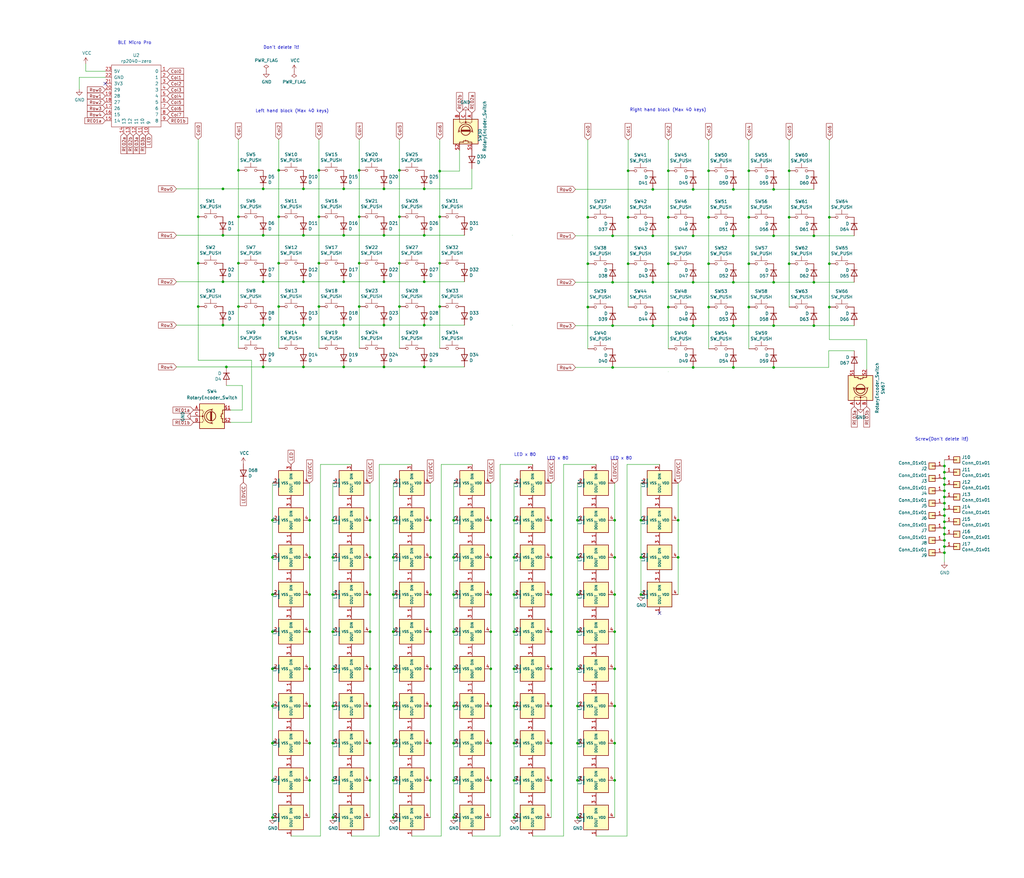
<source format=kicad_sch>
(kicad_sch (version 20230121) (generator eeschema)
  (paper "User" 419.989 360.045)
  (junction (at 163.83 88.9))
  (junction (at 124.46 150.495))
  (junction (at 107.95 96.52))
  (junction (at 147.32 88.9))
  (junction (at 176.53 243.84))
  (junction (at 226.06 228.6))
  (junction (at 290.6303 70.0577))
  (junction (at 97.79 88.9))
  (junction (at 161.29 289.56))
  (junction (at 262.89 243.84))
  (junction (at 161.29 243.84))
  (junction (at 210.82 243.84))
  (junction (at 317.3003 77.6777))
  (junction (at 173.99 115.57))
  (junction (at 157.48 115.57))
  (junction (at 210.82 304.8))
  (junction (at 173.99 150.495))
  (junction (at 201.295 243.84))
  (junction (at 333.8103 133.5577))
  (junction (at 127 259.08))
  (junction (at 151.765 289.56))
  (junction (at 210.82 320.04))
  (junction (at 111.76 259.08))
  (junction (at 201.295 304.8))
  (junction (at 300.7903 96.7277))
  (junction (at 333.8103 115.7777))
  (junction (at 387.35 219.075))
  (junction (at 201.295 213.36))
  (junction (at 387.35 193.675))
  (junction (at 201.295 289.56))
  (junction (at 236.855 259.08))
  (junction (at 300.7903 150.7027))
  (junction (at 127 304.8))
  (junction (at 387.35 213.995))
  (junction (at 323.6503 70.0577))
  (junction (at 317.3003 133.5577))
  (junction (at 147.32 69.85))
  (junction (at 107.95 115.57))
  (junction (at 124.46 133.35))
  (junction (at 186.055 289.56))
  (junction (at 186.055 274.32))
  (junction (at 173.99 96.52))
  (junction (at 124.46 77.47))
  (junction (at 210.82 335.28))
  (junction (at 201.295 320.04))
  (junction (at 387.35 221.615))
  (junction (at 161.29 259.08))
  (junction (at 323.6503 89.1077))
  (junction (at 147.32 107.95))
  (junction (at 387.35 216.535))
  (junction (at 251.2603 115.7777))
  (junction (at 236.855 335.28))
  (junction (at 252.095 213.36))
  (junction (at 127 289.56))
  (junction (at 176.53 213.36))
  (junction (at 114.3 107.95))
  (junction (at 163.83 69.85))
  (junction (at 161.29 274.32))
  (junction (at 173.99 133.35))
  (junction (at 176.53 259.08))
  (junction (at 91.44 115.57))
  (junction (at 180.34 88.9))
  (junction (at 176.53 320.04))
  (junction (at 186.055 243.84))
  (junction (at 127 213.36))
  (junction (at 186.055 228.6))
  (junction (at 186.055 304.8))
  (junction (at 226.06 289.56))
  (junction (at 251.2603 150.7027))
  (junction (at 97.79 107.95))
  (junction (at 151.765 228.6))
  (junction (at 387.35 196.215))
  (junction (at 186.055 259.08))
  (junction (at 140.97 77.47))
  (junction (at 274.1203 125.9377))
  (junction (at 317.3003 96.7277))
  (junction (at 340.1603 125.9377))
  (junction (at 387.35 206.375))
  (junction (at 180.34 107.95))
  (junction (at 161.29 228.6))
  (junction (at 300.7903 77.6777))
  (junction (at 267.7703 96.7277))
  (junction (at 111.76 289.56))
  (junction (at 136.525 228.6))
  (junction (at 252.095 274.32))
  (junction (at 81.28 107.95))
  (junction (at 252.095 289.56))
  (junction (at 262.89 213.36))
  (junction (at 114.3 69.85))
  (junction (at 251.2603 96.7277))
  (junction (at 307.1403 125.9377))
  (junction (at 111.76 243.84))
  (junction (at 127 274.32))
  (junction (at 136.525 304.8))
  (junction (at 236.855 228.6))
  (junction (at 236.855 243.84))
  (junction (at 267.7703 133.5577))
  (junction (at 157.48 96.52))
  (junction (at 210.82 274.32))
  (junction (at 226.06 213.36))
  (junction (at 387.35 224.155))
  (junction (at 274.1203 108.1577))
  (junction (at 130.81 88.9))
  (junction (at 257.6103 70.0536))
  (junction (at 262.89 228.6))
  (junction (at 226.06 320.04))
  (junction (at 140.97 96.52))
  (junction (at 290.6303 125.9377))
  (junction (at 387.35 198.755))
  (junction (at 81.28 88.9))
  (junction (at 284.2803 115.7777))
  (junction (at 387.35 226.695))
  (junction (at 340.1603 89.1077))
  (junction (at 151.765 304.8))
  (junction (at 241.1003 89.1077))
  (junction (at 163.83 107.95))
  (junction (at 284.2803 96.7277))
  (junction (at 317.3003 150.7027))
  (junction (at 111.76 213.36))
  (junction (at 136.525 335.28))
  (junction (at 151.765 320.04))
  (junction (at 176.53 304.8))
  (junction (at 124.46 96.52))
  (junction (at 163.83 125.73))
  (junction (at 136.525 274.32))
  (junction (at 107.95 133.35))
  (junction (at 300.7903 115.7777))
  (junction (at 186.055 320.04))
  (junction (at 278.13 228.6))
  (junction (at 111.76 228.6))
  (junction (at 236.855 289.56))
  (junction (at 127 320.04))
  (junction (at 176.53 289.56))
  (junction (at 130.81 69.85))
  (junction (at 97.79 69.85))
  (junction (at 284.2803 77.6777))
  (junction (at 161.29 213.36))
  (junction (at 284.2803 150.7027))
  (junction (at 307.1403 108.1577))
  (junction (at 252.095 304.8))
  (junction (at 274.1203 89.1077))
  (junction (at 127 243.84))
  (junction (at 387.35 208.915))
  (junction (at 140.97 150.495))
  (junction (at 107.95 150.495))
  (junction (at 97.79 125.73))
  (junction (at 173.99 77.47))
  (junction (at 241.1003 125.9377))
  (junction (at 257.6103 89.1077))
  (junction (at 226.06 243.84))
  (junction (at 111.76 274.32))
  (junction (at 257.6103 108.1577))
  (junction (at 284.2803 133.5577))
  (junction (at 124.46 115.57))
  (junction (at 111.76 335.28))
  (junction (at 140.97 133.35))
  (junction (at 252.095 320.04))
  (junction (at 136.525 243.84))
  (junction (at 161.29 304.8))
  (junction (at 252.095 243.84))
  (junction (at 210.82 213.36))
  (junction (at 127 228.6))
  (junction (at 226.06 274.32))
  (junction (at 136.525 320.04))
  (junction (at 114.3 88.9))
  (junction (at 157.48 150.495))
  (junction (at 91.44 133.35))
  (junction (at 91.44 96.52))
  (junction (at 107.95 77.47))
  (junction (at 274.1203 70.0577))
  (junction (at 81.28 125.73))
  (junction (at 161.29 335.28))
  (junction (at 186.055 213.36))
  (junction (at 323.6503 108.1577))
  (junction (at 186.055 335.28))
  (junction (at 151.765 243.84))
  (junction (at 201.295 228.6))
  (junction (at 161.29 320.04))
  (junction (at 290.6303 89.1077))
  (junction (at 236.855 304.8))
  (junction (at 111.76 320.04))
  (junction (at 387.35 203.835))
  (junction (at 241.1003 108.1577))
  (junction (at 130.81 125.73))
  (junction (at 290.6303 108.1577))
  (junction (at 210.82 289.56))
  (junction (at 226.06 259.08))
  (junction (at 387.35 211.455))
  (junction (at 236.855 320.04))
  (junction (at 140.97 115.57))
  (junction (at 317.3003 115.7777))
  (junction (at 252.095 228.6))
  (junction (at 151.765 274.32))
  (junction (at 130.81 107.95))
  (junction (at 387.35 191.135))
  (junction (at 180.34 70.168))
  (junction (at 333.8103 96.7277))
  (junction (at 147.32 125.73))
  (junction (at 176.53 228.6))
  (junction (at 157.48 133.35))
  (junction (at 136.525 213.36))
  (junction (at 201.295 259.08))
  (junction (at 226.06 304.8))
  (junction (at 201.295 274.32))
  (junction (at 307.1403 89.1077))
  (junction (at 236.855 213.36))
  (junction (at 340.1603 108.1577))
  (junction (at 92.8551 150.495))
  (junction (at 111.76 304.8))
  (junction (at 136.525 259.08))
  (junction (at 91.44 77.47))
  (junction (at 151.765 213.36))
  (junction (at 151.765 259.08))
  (junction (at 387.35 201.295))
  (junction (at 176.53 274.32))
  (junction (at 136.525 289.56))
  (junction (at 114.3 125.73))
  (junction (at 252.095 259.08))
  (junction (at 236.855 274.32))
  (junction (at 210.82 259.08))
  (junction (at 157.48 77.47))
  (junction (at 267.7703 115.7777))
  (junction (at 278.13 213.36))
  (junction (at 307.1403 70.0577))
  (junction (at 300.7903 133.5577))
  (junction (at 180.34 125.73))
  (junction (at 210.82 228.6))
  (junction (at 267.7703 77.6777))
  (junction (at 251.2603 133.5577))
  (no_connect (at 270.51 251.46))
  (no_connect (at 43.18 34.29))
  (wire (pts (xy 252.095 198.12) (xy 252.095 213.36)))
  (wire (pts (xy 387.35 213.995) (xy 387.35 216.535)))
  (wire (pts (xy 257.6103 70.0536) (xy 257.6103 89.1077)))
  (wire (pts (xy 180.34 125.73) (xy 180.34 142.875)))
  (wire (pts (xy 114.3 125.73) (xy 114.3 142.875)))
  (wire (pts (xy 307.1403 89.1077) (xy 307.1403 108.1577)))
  (wire (pts (xy 340.1603 89.1077) (xy 340.1603 108.1577)))
  (wire (pts (xy 387.35 191.135) (xy 387.35 193.675)))
  (wire (pts (xy 236.855 274.32) (xy 236.855 289.56)))
  (wire (pts (xy 387.35 211.455) (xy 387.35 213.995)))
  (wire (pts (xy 147.32 88.9) (xy 147.32 107.95)))
  (wire (pts (xy 107.95 96.52) (xy 124.46 96.52)))
  (wire (pts (xy 81.28 125.73) (xy 81.28 147.7746)))
  (wire (pts (xy 161.29 228.6) (xy 161.29 243.84)))
  (wire (pts (xy 173.99 133.35) (xy 190.5 133.35)))
  (wire (pts (xy 127 259.08) (xy 127 274.32)))
  (wire (pts (xy 278.13 213.36) (xy 278.13 228.6)))
  (wire (pts (xy 97.79 125.73) (xy 97.79 142.8114)))
  (wire (pts (xy 241.1003 57.3577) (xy 241.1003 89.1077)))
  (wire (pts (xy 136.525 213.36) (xy 136.525 228.6)))
  (wire (pts (xy 210.82 228.6) (xy 210.82 243.84)))
  (wire (pts (xy 103.1684 147.7746) (xy 103.1684 173.2523)))
  (wire (pts (xy 257.6103 57.3577) (xy 257.6103 70.0536)))
  (wire (pts (xy 72.39 150.495) (xy 92.8551 150.495)))
  (wire (pts (xy 111.76 243.84) (xy 111.76 259.08)))
  (wire (pts (xy 284.2803 115.7777) (xy 300.7903 115.7777)))
  (wire (pts (xy 317.3003 96.7277) (xy 333.8103 96.7277)))
  (wire (pts (xy 107.95 150.495) (xy 124.46 150.495)))
  (wire (pts (xy 290.6303 108.1577) (xy 290.6303 125.9377)))
  (wire (pts (xy 278.13 228.6) (xy 278.13 243.84)))
  (wire (pts (xy 151.765 289.56) (xy 151.765 304.8)))
  (wire (pts (xy 176.53 213.36) (xy 176.53 228.6)))
  (wire (pts (xy 136.525 289.56) (xy 136.525 304.8)))
  (wire (pts (xy 127 274.32) (xy 127 289.56)))
  (wire (pts (xy 226.06 213.36) (xy 226.06 228.6)))
  (wire (pts (xy 317.3003 150.7027) (xy 339.8656 150.7027)))
  (wire (pts (xy 147.32 125.73) (xy 147.32 142.8543)))
  (wire (pts (xy 186.055 304.8) (xy 186.055 320.04)))
  (wire (pts (xy 201.295 228.6) (xy 201.295 243.84)))
  (wire (pts (xy 236.0203 150.7027) (xy 251.2603 150.7027)))
  (wire (pts (xy 163.83 57.15) (xy 163.83 69.85)))
  (wire (pts (xy 103.1684 173.2523) (xy 94.5906 173.2523)))
  (wire (pts (xy 236.855 304.8) (xy 236.855 320.04)))
  (wire (pts (xy 173.99 150.495) (xy 190.5 150.495)))
  (wire (pts (xy 241.1003 108.1577) (xy 241.1003 125.9377)))
  (wire (pts (xy 161.29 198.12) (xy 161.29 213.36)))
  (wire (pts (xy 387.35 196.215) (xy 387.35 198.755)))
  (wire (pts (xy 236.855 289.56) (xy 236.855 304.8)))
  (wire (pts (xy 340.1603 139.2682) (xy 355.473 139.2682)))
  (wire (pts (xy 290.6303 89.1077) (xy 290.6303 108.1577)))
  (wire (pts (xy 387.35 201.295) (xy 387.35 203.835)))
  (wire (pts (xy 161.29 304.8) (xy 161.29 320.04)))
  (wire (pts (xy 163.83 107.95) (xy 163.83 125.73)))
  (wire (pts (xy 290.6303 57.3577) (xy 290.6303 70.0577)))
  (wire (pts (xy 210.185 133.35) (xy 210.185 133.3577)))
  (wire (pts (xy 180.975 190.5) (xy 193.675 190.5)))
  (wire (pts (xy 236.855 259.08) (xy 236.855 274.32)))
  (wire (pts (xy 226.06 289.56) (xy 226.06 304.8)))
  (wire (pts (xy 236.855 198.12) (xy 236.855 213.36)))
  (wire (pts (xy 92.8551 150.495) (xy 107.95 150.495)))
  (wire (pts (xy 180.34 57.15) (xy 180.34 70.168)))
  (wire (pts (xy 157.48 150.495) (xy 157.48 150.4743)))
  (wire (pts (xy 161.29 243.84) (xy 161.29 259.08)))
  (wire (pts (xy 210.82 289.56) (xy 210.82 304.8)))
  (wire (pts (xy 267.7703 96.7277) (xy 284.2803 96.7277)))
  (wire (pts (xy 127 289.56) (xy 127 304.8)))
  (wire (pts (xy 151.765 320.04) (xy 151.765 335.28)))
  (wire (pts (xy 210.82 198.12) (xy 210.82 213.36)))
  (wire (pts (xy 127 243.84) (xy 127 259.08)))
  (wire (pts (xy 176.53 320.04) (xy 176.53 335.28)))
  (wire (pts (xy 136.525 304.8) (xy 136.525 320.04)))
  (wire (pts (xy 201.295 243.84) (xy 201.295 259.08)))
  (wire (pts (xy 251.2603 133.5577) (xy 267.7703 133.5577)))
  (wire (pts (xy 267.7703 77.6777) (xy 284.2803 77.6777)))
  (wire (pts (xy 91.44 115.57) (xy 72.39 115.57)))
  (wire (pts (xy 124.46 115.57) (xy 140.97 115.57)))
  (wire (pts (xy 124.46 133.35) (xy 140.97 133.35)))
  (wire (pts (xy 176.53 304.8) (xy 176.53 320.04)))
  (wire (pts (xy 111.76 274.32) (xy 111.76 289.56)))
  (wire (pts (xy 201.295 304.8) (xy 201.295 320.04)))
  (wire (pts (xy 91.44 96.52) (xy 107.95 96.52)))
  (wire (pts (xy 81.28 88.9) (xy 81.28 107.95)))
  (wire (pts (xy 127 228.6) (xy 127 243.84)))
  (wire (pts (xy 387.35 206.375) (xy 387.35 208.915)))
  (wire (pts (xy 173.99 96.52) (xy 190.5 96.52)))
  (wire (pts (xy 130.81 57.15) (xy 130.81 69.85)))
  (wire (pts (xy 173.99 115.57) (xy 190.5 115.57)))
  (wire (pts (xy 147.32 69.85) (xy 147.32 88.9)))
  (wire (pts (xy 252.095 274.32) (xy 252.095 289.56)))
  (wire (pts (xy 274.1203 108.1577) (xy 274.1203 125.9377)))
  (wire (pts (xy 92.8551 158.115) (xy 99.4074 158.115)))
  (wire (pts (xy 317.3003 77.6777) (xy 333.8103 77.6777)))
  (wire (pts (xy 205.105 342.9) (xy 205.105 190.5)))
  (wire (pts (xy 340.1603 108.1577) (xy 340.1603 125.9377)))
  (wire (pts (xy 387.35 203.835) (xy 387.35 206.375)))
  (wire (pts (xy 111.76 289.56) (xy 111.76 304.8)))
  (wire (pts (xy 355.473 139.2682) (xy 355.473 151.511)))
  (wire (pts (xy 236.855 213.36) (xy 236.855 228.6)))
  (wire (pts (xy 124.46 96.52) (xy 140.97 96.52)))
  (wire (pts (xy 111.76 228.6) (xy 111.76 243.84)))
  (wire (pts (xy 136.525 198.12) (xy 136.525 213.36)))
  (wire (pts (xy 91.44 77.47) (xy 107.95 77.47)))
  (wire (pts (xy 257.175 342.9) (xy 257.175 190.5)))
  (wire (pts (xy 186.055 228.6) (xy 186.055 243.84)))
  (wire (pts (xy 300.7903 115.7777) (xy 317.3003 115.7777)))
  (wire (pts (xy 210.82 259.08) (xy 210.82 274.32)))
  (wire (pts (xy 127 320.04) (xy 127 335.28)))
  (wire (pts (xy 226.06 304.8) (xy 226.06 320.04)))
  (wire (pts (xy 284.2803 150.7027) (xy 300.7903 150.7027)))
  (wire (pts (xy 140.97 77.47) (xy 157.48 77.47)))
  (wire (pts (xy 387.35 208.915) (xy 387.35 211.455)))
  (wire (pts (xy 231.14 342.9) (xy 231.14 190.5)))
  (wire (pts (xy 107.95 133.35) (xy 124.46 133.35)))
  (wire (pts (xy 163.83 88.9) (xy 163.83 107.95)))
  (wire (pts (xy 201.295 259.08) (xy 201.295 274.32)))
  (wire (pts (xy 340.1603 57.3577) (xy 340.1603 89.1077)))
  (wire (pts (xy 147.32 107.95) (xy 147.32 125.73)))
  (wire (pts (xy 210.82 320.04) (xy 210.82 335.28)))
  (wire (pts (xy 387.35 224.155) (xy 387.35 226.695)))
  (wire (pts (xy 218.44 342.9) (xy 231.14 342.9)))
  (wire (pts (xy 119.38 342.9) (xy 131.445 342.9)))
  (wire (pts (xy 176.53 274.32) (xy 176.53 289.56)))
  (wire (pts (xy 97.79 88.9) (xy 97.79 107.95)))
  (wire (pts (xy 124.46 150.495) (xy 140.97 150.495)))
  (wire (pts (xy 130.81 125.73) (xy 130.81 142.875)))
  (wire (pts (xy 81.28 147.7746) (xy 103.1684 147.7746)))
  (wire (pts (xy 147.32 57.15) (xy 147.32 69.85)))
  (wire (pts (xy 186.055 198.12) (xy 186.055 213.36)))
  (wire (pts (xy 186.055 320.04) (xy 186.055 335.28)))
  (wire (pts (xy 140.97 96.52) (xy 157.48 96.52)))
  (wire (pts (xy 91.44 96.52) (xy 72.39 96.52)))
  (wire (pts (xy 97.79 69.85) (xy 97.79 88.9)))
  (wire (pts (xy 300.7903 96.7277) (xy 317.3003 96.7277)))
  (wire (pts (xy 124.46 77.47) (xy 140.97 77.47)))
  (wire (pts (xy 140.97 115.57) (xy 157.48 115.57)))
  (wire (pts (xy 94.5906 168.1723) (xy 99.4074 168.1723)))
  (wire (pts (xy 339.8656 143.891) (xy 350.393 143.891)))
  (wire (pts (xy 226.06 228.6) (xy 226.06 243.84)))
  (wire (pts (xy 136.525 274.32) (xy 136.525 289.56)))
  (wire (pts (xy 252.095 228.6) (xy 252.095 243.84)))
  (wire (pts (xy 114.3 107.95) (xy 114.3 125.73)))
  (wire (pts (xy 43.18 29.21) (xy 35.1771 29.21)))
  (wire (pts (xy 114.3 69.85) (xy 114.3 88.9)))
  (wire (pts (xy 274.1186 152.4212) (xy 274.1203 152.4212)))
  (wire (pts (xy 226.06 259.08) (xy 226.06 274.32)))
  (wire (pts (xy 107.95 115.57) (xy 124.46 115.57)))
  (wire (pts (xy 333.8103 133.5577) (xy 350.3203 133.5577)))
  (wire (pts (xy 323.6503 89.1077) (xy 323.6503 108.1577)))
  (wire (pts (xy 226.06 198.12) (xy 226.06 213.36)))
  (wire (pts (xy 300.7903 133.5577) (xy 317.3003 133.5577)))
  (wire (pts (xy 226.06 243.84) (xy 226.06 259.08)))
  (wire (pts (xy 387.35 193.675) (xy 387.35 196.215)))
  (wire (pts (xy 317.3003 115.7777) (xy 333.8103 115.7777)))
  (wire (pts (xy 161.29 274.32) (xy 161.29 289.56)))
  (wire (pts (xy 333.8103 115.7777) (xy 350.3203 115.7777)))
  (wire (pts (xy 257.6103 108.1577) (xy 257.6103 125.9377)))
  (wire (pts (xy 151.765 274.32) (xy 151.765 289.56)))
  (wire (pts (xy 151.765 228.6) (xy 151.765 243.84)))
  (wire (pts (xy 244.475 342.9) (xy 257.175 342.9)))
  (wire (pts (xy 205.105 190.5) (xy 218.44 190.5)))
  (wire (pts (xy 201.295 198.12) (xy 201.295 213.36)))
  (wire (pts (xy 226.06 320.04) (xy 226.06 335.28)))
  (wire (pts (xy 91.44 133.35) (xy 107.95 133.35)))
  (wire (pts (xy 231.14 190.5) (xy 244.475 190.5)))
  (wire (pts (xy 307.1403 57.3577) (xy 307.1403 70.0577)))
  (wire (pts (xy 387.35 219.075) (xy 387.35 221.615)))
  (wire (pts (xy 236.0203 96.7277) (xy 251.2603 96.7277)))
  (wire (pts (xy 252.095 243.84) (xy 252.095 259.08)))
  (wire (pts (xy 161.29 213.36) (xy 161.29 228.6)))
  (wire (pts (xy 127 213.36) (xy 127 228.6)))
  (wire (pts (xy 157.48 96.52) (xy 173.99 96.52)))
  (wire (pts (xy 323.6503 108.1577) (xy 323.6503 125.9377)))
  (wire (pts (xy 151.765 304.8) (xy 151.765 320.04)))
  (wire (pts (xy 252.095 259.08) (xy 252.095 274.32)))
  (wire (pts (xy 136.525 259.08) (xy 136.525 274.32)))
  (wire (pts (xy 151.765 198.12) (xy 151.765 213.36)))
  (wire (pts (xy 257.175 190.5) (xy 270.51 190.5)))
  (wire (pts (xy 193.548 77.47) (xy 173.99 77.47)))
  (wire (pts (xy 274.1203 70.0577) (xy 274.1203 89.1077)))
  (wire (pts (xy 241.1003 125.9377) (xy 241.1003 143.0827)))
  (wire (pts (xy 111.76 213.36) (xy 111.76 228.6)))
  (wire (pts (xy 323.6503 57.3577) (xy 323.6503 70.0577)))
  (wire (pts (xy 130.81 107.95) (xy 130.81 125.73)))
  (wire (pts (xy 186.055 243.84) (xy 186.055 259.08)))
  (wire (pts (xy 186.055 213.36) (xy 186.055 228.6)))
  (wire (pts (xy 387.35 216.535) (xy 387.35 219.075)))
  (wire (pts (xy 97.79 57.15) (xy 97.79 69.85)))
  (wire (pts (xy 157.48 115.57) (xy 173.99 115.57)))
  (wire (pts (xy 131.445 342.9) (xy 131.445 190.5)))
  (wire (pts (xy 274.1203 57.3577) (xy 274.1203 70.0577)))
  (wire (pts (xy 252.095 213.36) (xy 252.095 228.6)))
  (wire (pts (xy 91.44 115.57) (xy 107.95 115.57)))
  (wire (pts (xy 262.89 198.12) (xy 262.89 213.36)))
  (wire (pts (xy 210.82 304.8) (xy 210.82 320.04)))
  (wire (pts (xy 136.525 228.6) (xy 136.525 243.84)))
  (wire (pts (xy 168.91 342.9) (xy 180.975 342.9)))
  (wire (pts (xy 81.28 57.15) (xy 81.28 88.9)))
  (wire (pts (xy 201.295 320.04) (xy 201.295 335.28)))
  (wire (pts (xy 387.35 198.755) (xy 387.35 201.295)))
  (wire (pts (xy 307.1403 70.0577) (xy 307.1403 89.1077)))
  (wire (pts (xy 127 198.12) (xy 127 213.36)))
  (wire (pts (xy 97.79 107.95) (xy 97.79 125.73)))
  (wire (pts (xy 114.3 88.9) (xy 114.3 107.95)))
  (wire (pts (xy 163.83 69.85) (xy 163.83 88.9)))
  (wire (pts (xy 193.675 342.9) (xy 205.105 342.9)))
  (wire (pts (xy 72.39 77.47) (xy 91.44 77.47)))
  (wire (pts (xy 210.185 96.52) (xy 210.185 96.5158)))
  (wire (pts (xy 387.35 188.595) (xy 387.35 191.135)))
  (wire (pts (xy 257.6103 89.1077) (xy 257.6103 108.1577)))
  (wire (pts (xy 267.7703 115.7777) (xy 284.2803 115.7777)))
  (wire (pts (xy 114.3 57.15) (xy 114.3 69.85)))
  (wire (pts (xy 210.82 274.32) (xy 210.82 289.56)))
  (wire (pts (xy 107.95 77.47) (xy 124.46 77.47)))
  (wire (pts (xy 176.53 198.12) (xy 176.53 213.36)))
  (wire (pts (xy 188.468 70.168) (xy 180.34 70.168)))
  (wire (pts (xy 157.48 150.495) (xy 173.99 150.495)))
  (wire (pts (xy 252.095 320.04) (xy 252.095 335.28)))
  (wire (pts (xy 236.0203 133.5577) (xy 251.2603 133.5577)))
  (wire (pts (xy 307.1403 125.9377) (xy 307.1403 143.0827)))
  (wire (pts (xy 236.0203 77.6777) (xy 267.7703 77.6777)))
  (wire (pts (xy 161.29 259.08) (xy 161.29 274.32)))
  (wire (pts (xy 340.1603 125.9377) (xy 340.1603 139.2682)))
  (wire (pts (xy 186.055 274.32) (xy 186.055 289.56)))
  (wire (pts (xy 136.525 243.84) (xy 136.525 259.08)))
  (wire (pts (xy 290.6303 70.0577) (xy 290.6303 89.1077)))
  (wire (pts (xy 140.97 133.35) (xy 157.48 133.35)))
  (wire (pts (xy 91.44 77.47) (xy 91.44 77.4878)))
  (wire (pts (xy 252.095 304.8) (xy 252.095 320.04)))
  (wire (pts (xy 43.18 31.75) (xy 32.512 31.75)))
  (wire (pts (xy 155.575 342.9) (xy 155.575 190.5)))
  (wire (pts (xy 157.48 77.47) (xy 173.99 77.47)))
  (wire (pts (xy 278.13 198.12) (xy 278.13 213.36)))
  (wire (pts (xy 35.1771 29.21) (xy 35.1771 26.1724)))
  (wire (pts (xy 284.2803 150.7027) (xy 284.2803 150.6945)))
  (wire (pts (xy 201.295 289.56) (xy 201.295 304.8)))
  (wire (pts (xy 131.445 190.5) (xy 144.145 190.5)))
  (wire (pts (xy 236.855 320.04) (xy 236.855 335.28)))
  (wire (pts (xy 151.765 213.36) (xy 151.765 228.6)))
  (wire (pts (xy 161.29 320.04) (xy 161.29 335.28)))
  (wire (pts (xy 300.7903 77.6777) (xy 317.3003 77.6777)))
  (wire (pts (xy 300.7903 150.7027) (xy 317.3003 150.7027)))
  (wire (pts (xy 210.82 213.36) (xy 210.82 228.6)))
  (wire (pts (xy 130.81 69.85) (xy 130.81 88.9)))
  (wire (pts (xy 210.82 243.84) (xy 210.82 259.08)))
  (wire (pts (xy 127 304.8) (xy 127 320.04)))
  (wire (pts (xy 176.53 243.84) (xy 176.53 259.08)))
  (wire (pts (xy 111.76 320.04) (xy 111.76 335.28)))
  (wire (pts (xy 151.765 259.08) (xy 151.765 274.32)))
  (wire (pts (xy 284.2803 133.5577) (xy 300.7903 133.5577)))
  (wire (pts (xy 111.76 259.08) (xy 111.76 274.32)))
  (wire (pts (xy 333.8103 96.7277) (xy 350.3203 96.7277)))
  (wire (pts (xy 99.4074 168.1723) (xy 99.4074 158.115)))
  (wire (pts (xy 140.97 150.495) (xy 157.48 150.495)))
  (wire (pts (xy 387.35 226.695) (xy 387.35 230.505)))
  (wire (pts (xy 236.855 243.84) (xy 236.855 259.08)))
  (wire (pts (xy 136.525 320.04) (xy 136.525 335.28)))
  (wire (pts (xy 201.295 274.32) (xy 201.295 289.56)))
  (wire (pts (xy 155.575 190.5) (xy 168.91 190.5)))
  (wire (pts (xy 323.6503 70.0577) (xy 323.6503 89.1077)))
  (wire (pts (xy 180.34 70.168) (xy 180.34 88.9)))
  (wire (pts (xy 252.095 289.56) (xy 252.095 304.8)))
  (wire (pts (xy 186.055 259.08) (xy 186.055 274.32)))
  (wire (pts (xy 111.76 198.12) (xy 111.76 213.36)))
  (wire (pts (xy 317.3003 133.5577) (xy 333.8103 133.5577)))
  (wire (pts (xy 307.1403 108.1577) (xy 307.1403 125.9377)))
  (wire (pts (xy 186.055 289.56) (xy 186.055 304.8)))
  (wire (pts (xy 387.35 221.615) (xy 387.35 224.155)))
  (wire (pts (xy 163.83 125.73) (xy 163.83 142.8711)))
  (wire (pts (xy 339.8656 150.7027) (xy 339.8656 143.891)))
  (wire (pts (xy 180.34 88.9) (xy 180.34 107.95)))
  (wire (pts (xy 188.468 61.595) (xy 188.468 70.168)))
  (wire (pts (xy 180.34 107.95) (xy 180.34 125.73)))
  (wire (pts (xy 176.53 259.08) (xy 176.53 274.32)))
  (wire (pts (xy 144.145 342.9) (xy 155.575 342.9)))
  (wire (pts (xy 81.28 107.95) (xy 81.28 125.73)))
  (wire (pts (xy 201.295 213.36) (xy 201.295 228.6)))
  (wire (pts (xy 267.7703 133.5577) (xy 284.2803 133.5577)))
  (wire (pts (xy 173.99 150.495) (xy 173.99 150.4911)))
  (wire (pts (xy 267.7703 77.6777) (xy 267.7703 77.6736)))
  (wire (pts (xy 180.975 342.9) (xy 180.975 190.5)))
  (wire (pts (xy 241.1003 89.1077) (xy 241.1003 108.1577)))
  (wire (pts (xy 176.53 228.6) (xy 176.53 243.84)))
  (wire (pts (xy 226.06 274.32) (xy 226.06 289.56)))
  (wire (pts (xy 290.6303 125.9377) (xy 290.6303 143.0827)))
  (wire (pts (xy 236.855 228.6) (xy 236.855 243.84)))
  (wire (pts (xy 193.548 69.215) (xy 193.548 77.47)))
  (wire (pts (xy 107.95 150.495) (xy 107.95 150.4314)))
  (wire (pts (xy 111.76 304.8) (xy 111.76 320.04)))
  (wire (pts (xy 176.53 289.56) (xy 176.53 304.8)))
  (wire (pts (xy 32.512 31.75) (xy 32.512 36.576)))
  (wire (pts (xy 251.2603 96.7277) (xy 267.7703 96.7277)))
  (wire (pts (xy 251.2603 115.7777) (xy 267.7703 115.7777)))
  (wire (pts (xy 251.2603 150.7027) (xy 284.2803 150.7027)))
  (wire (pts (xy 157.48 133.35) (xy 173.99 133.35)))
  (wire (pts (xy 262.89 213.36) (xy 262.89 228.6)))
  (wire (pts (xy 262.89 228.6) (xy 262.89 243.84)))
  (wire (pts (xy 284.2803 96.7277) (xy 300.7903 96.7277)))
  (wire (pts (xy 151.765 243.84) (xy 151.765 259.08)))
  (wire (pts (xy 130.81 88.9) (xy 130.81 107.95)))
  (wire (pts (xy 236.0203 115.7777) (xy 251.2603 115.7777)))
  (wire (pts (xy 274.1203 125.9377) (xy 274.1203 143.0745)))
  (wire (pts (xy 274.1203 89.1077) (xy 274.1203 108.1577)))
  (wire (pts (xy 91.44 133.35) (xy 72.39 133.35)))
  (wire (pts (xy 161.29 289.56) (xy 161.29 304.8)))
  (wire (pts (xy 284.2803 77.6777) (xy 300.7903 77.6777)))
  (text "LED x 80" (at 224.1918 188.7926 0) (effects (font (size 1.27 1.27)) (justify left bottom)))
  (text "Left hand block (Max 40 keys)" (at 104.775 46.355 0) (effects (font (size 1.27 1.27)) (justify left bottom)))
  (text "Screw(Don't delete it!)" (at 375.285 180.975 0) (effects (font (size 1.27 1.27)) (justify left bottom)))
  (text "LED x 80" (at 250.2268 188.7926 0) (effects (font (size 1.27 1.27)) (justify left bottom)))
  (text "Don't delete it!" (at 107.95 20.32 0) (effects (font (size 1.27 1.27)) (justify left bottom)))
  (text "Right hand block (Max 40 keys)" (at 258.2453 45.9277 0) (effects (font (size 1.27 1.27)) (justify left bottom)))
  (text "LED x 80" (at 210.82 187.325 0) (effects (font (size 1.27 1.27)) (justify left bottom)))
  (text "BLE Micro Pro" (at 48.26 18.415 0) (effects (font (size 1.27 1.27)) (justify left bottom)))
  (global_label "Row1" (shape input) (at 72.39 96.52 180) (property "Intersheetrefs" "${INTERSHEET_REFS}" (effects hide)))
  (global_label "Col3" (shape input) (at 290.6303 57.3577 90) (property "Intersheetrefs" "${INTERSHEET_REFS}" (effects hide)))
  (global_label "LED" (shape input) (at 60.96 54.61 270) (property "Intersheetrefs" "${INTERSHEET_REFS}" (effects hide)))
  (global_label "Col1" (shape input) (at 68.58 31.75 0) (property "Intersheetrefs" "${INTERSHEET_REFS}" (effects hide)))
  (global_label "RE03b" (shape input) (at 355.473 166.751 270) (property "Intersheetrefs" "${INTERSHEET_REFS}" (effects hide)))
  (global_label "RE02a" (shape input) (at 193.548 46.355 90) (property "Intersheetrefs" "${INTERSHEET_REFS}" (effects hide)))
  (global_label "Row0" (shape input) (at 72.39 77.47 180) (property "Intersheetrefs" "${INTERSHEET_REFS}" (effects hide)))
  (global_label "LEDVCC" (shape input) (at 99.822 197.866 270) (property "Intersheetrefs" "${INTERSHEET_REFS}" (effects hide)))
  (global_label "Col7" (shape input) (at 68.58 46.99 0) (property "Intersheetrefs" "${INTERSHEET_REFS}" (effects hide)))
  (global_label "Col0" (shape input) (at 81.28 57.15 90) (property "Intersheetrefs" "${INTERSHEET_REFS}" (effects hide)))
  (global_label "RE01b" (shape input) (at 68.58 49.53 0) (property "Intersheetrefs" "${INTERSHEET_REFS}" (effects hide)))
  (global_label "RE03b" (shape input) (at 58.42 54.61 270) (property "Intersheetrefs" "${INTERSHEET_REFS}" (effects hide)))
  (global_label "Row0" (shape input) (at 236.0203 77.6777 180) (property "Intersheetrefs" "${INTERSHEET_REFS}" (effects hide)))
  (global_label "LEDVCC" (shape input) (at 127 198.12 90) (property "Intersheetrefs" "${INTERSHEET_REFS}" (effects hide)))
  (global_label "Col2" (shape input) (at 68.58 34.29 0) (property "Intersheetrefs" "${INTERSHEET_REFS}" (effects hide)))
  (global_label "Row0" (shape input) (at 43.18 36.83 180) (property "Intersheetrefs" "${INTERSHEET_REFS}" (effects hide)))
  (global_label "Col0" (shape input) (at 68.58 29.21 0) (property "Intersheetrefs" "${INTERSHEET_REFS}" (effects hide)))
  (global_label "LED" (shape input) (at 119.38 190.5 90) (property "Intersheetrefs" "${INTERSHEET_REFS}" (effects hide)))
  (global_label "Row4" (shape input) (at 236.0203 150.7027 180) (property "Intersheetrefs" "${INTERSHEET_REFS}" (effects hide)))
  (global_label "Col6" (shape input) (at 340.1603 57.3577 90) (property "Intersheetrefs" "${INTERSHEET_REFS}" (effects hide)))
  (global_label "LEDVCC" (shape input) (at 201.295 198.12 90) (property "Intersheetrefs" "${INTERSHEET_REFS}" (effects hide)))
  (global_label "LEDVCC" (shape input) (at 226.06 198.12 90) (property "Intersheetrefs" "${INTERSHEET_REFS}" (effects hide)))
  (global_label "RE02a" (shape input) (at 50.8 54.61 270) (property "Intersheetrefs" "${INTERSHEET_REFS}" (effects hide)))
  (global_label "Col1" (shape input) (at 97.79 57.15 90) (property "Intersheetrefs" "${INTERSHEET_REFS}" (effects hide)))
  (global_label "LEDVCC" (shape input) (at 252.095 198.12 90) (property "Intersheetrefs" "${INTERSHEET_REFS}" (effects hide)))
  (global_label "Row4" (shape input) (at 72.39 150.495 180) (property "Intersheetrefs" "${INTERSHEET_REFS}" (effects hide)))
  (global_label "Col0" (shape input) (at 241.1003 57.3577 90) (property "Intersheetrefs" "${INTERSHEET_REFS}" (effects hide)))
  (global_label "Col2" (shape input) (at 114.3 57.15 90) (property "Intersheetrefs" "${INTERSHEET_REFS}" (effects hide)))
  (global_label "Col5" (shape input) (at 323.6503 57.3577 90) (property "Intersheetrefs" "${INTERSHEET_REFS}" (effects hide)))
  (global_label "Row3" (shape input) (at 43.18 44.45 180) (property "Intersheetrefs" "${INTERSHEET_REFS}" (effects hide)))
  (global_label "RE01b" (shape input) (at 79.3506 173.2523 180) (property "Intersheetrefs" "${INTERSHEET_REFS}" (effects hide)))
  (global_label "LEDVCC" (shape input) (at 151.765 198.12 90) (property "Intersheetrefs" "${INTERSHEET_REFS}" (effects hide)))
  (global_label "RE02b" (shape input) (at 53.34 54.61 270) (property "Intersheetrefs" "${INTERSHEET_REFS}" (effects hide)))
  (global_label "Col4" (shape input) (at 68.58 39.37 0) (property "Intersheetrefs" "${INTERSHEET_REFS}" (effects hide)))
  (global_label "Col3" (shape input) (at 130.81 57.15 90) (property "Intersheetrefs" "${INTERSHEET_REFS}" (effects hide)))
  (global_label "RE03a" (shape input) (at 55.88 54.61 270) (property "Intersheetrefs" "${INTERSHEET_REFS}" (effects hide)))
  (global_label "Col5" (shape input) (at 163.83 57.15 90) (property "Intersheetrefs" "${INTERSHEET_REFS}" (effects hide)))
  (global_label "Col4" (shape input) (at 307.1403 57.3577 90) (property "Intersheetrefs" "${INTERSHEET_REFS}" (effects hide)))
  (global_label "Row2" (shape input) (at 72.39 115.57 180) (property "Intersheetrefs" "${INTERSHEET_REFS}" (effects hide)))
  (global_label "Col6" (shape input) (at 68.58 44.45 0) (property "Intersheetrefs" "${INTERSHEET_REFS}" (effects hide)))
  (global_label "RE01a" (shape input) (at 79.3506 168.1723 180) (property "Intersheetrefs" "${INTERSHEET_REFS}" (effects hide)))
  (global_label "Col4" (shape input) (at 147.32 57.15 90) (property "Intersheetrefs" "${INTERSHEET_REFS}" (effects hide)))
  (global_label "Row2" (shape input) (at 236.0203 115.7777 180) (property "Intersheetrefs" "${INTERSHEET_REFS}" (effects hide)))
  (global_label "Row4" (shape input) (at 43.18 46.99 180) (property "Intersheetrefs" "${INTERSHEET_REFS}" (effects hide)))
  (global_label "Row2" (shape input) (at 43.18 41.91 180) (property "Intersheetrefs" "${INTERSHEET_REFS}" (effects hide)))
  (global_label "RE01a" (shape input) (at 43.18 49.53 180) (property "Intersheetrefs" "${INTERSHEET_REFS}" (effects hide)))
  (global_label "LEDVCC" (shape input) (at 176.53 198.12 90) (property "Intersheetrefs" "${INTERSHEET_REFS}" (effects hide)))
  (global_label "Row1" (shape input) (at 43.18 39.37 180) (property "Intersheetrefs" "${INTERSHEET_REFS}" (effects hide)))
  (global_label "Col3" (shape input) (at 68.58 36.83 0) (property "Intersheetrefs" "${INTERSHEET_REFS}" (effects hide)))
  (global_label "Col2" (shape input) (at 274.1203 57.3577 90) (property "Intersheetrefs" "${INTERSHEET_REFS}" (effects hide)))
  (global_label "Row3" (shape input) (at 72.39 133.35 180) (property "Intersheetrefs" "${INTERSHEET_REFS}" (effects hide)))
  (global_label "RE03a" (shape input) (at 350.393 166.751 270) (property "Intersheetrefs" "${INTERSHEET_REFS}" (effects hide)))
  (global_label "Col6" (shape input) (at 180.34 57.15 90) (property "Intersheetrefs" "${INTERSHEET_REFS}" (effects hide)))
  (global_label "Row1" (shape input) (at 236.0203 96.7277 180) (property "Intersheetrefs" "${INTERSHEET_REFS}" (effects hide)))
  (global_label "Col5" (shape input) (at 68.58 41.91 0) (property "Intersheetrefs" "${INTERSHEET_REFS}" (effects hide)))
  (global_label "Row3" (shape input) (at 236.0203 133.5577 180) (property "Intersheetrefs" "${INTERSHEET_REFS}" (effects hide)))
  (global_label "Col1" (shape input) (at 257.6103 57.3577 90) (property "Intersheetrefs" "${INTERSHEET_REFS}" (effects hide)))
  (global_label "LEDVCC" (shape input) (at 278.13 198.12 90) (property "Intersheetrefs" "${INTERSHEET_REFS}" (effects hide)))
  (global_label "RE02b" (shape input) (at 188.468 46.355 90) (property "Intersheetrefs" "${INTERSHEET_REFS}" (effects hide)))
  (symbol (lib_id "power:PWR_FLAG") (at 109.22 29.21 0) (unit 1)
    (property "Reference" "#FLG01" (effects hide))
    (property "Value" "PWR_FLAG" (at 109.22 24.7904 0))
  )
  (symbol (lib_id "power:PWR_FLAG") (at 120.65 29.21 180) (unit 1)
    (property "Reference" "#FLG02" (effects hide))
    (property "Value" "PWR_FLAG" (at 120.65 33.6042 0))
  )
  (symbol (lib_id "power:GND") (at 109.22 29.21 0) (unit 1)
    (property "Reference" "#PWR010" (effects hide))
    (property "Value" "GND" (at 109.347 33.6042 0))
  )
  (symbol (lib_id "power:VCC") (at 120.65 29.21 0) (unit 1)
    (property "Reference" "#PWR012" (effects hide))
    (property "Value" "VCC" (at 121.0818 24.8158 0))
  )
  (symbol (lib_id "power:GND") (at 32.512 36.576 0) (unit 1)
    (property "Reference" "#PWR08" (effects hide))
    (property "Value" "GND" (at 32.639 40.9702 0))
  )
  (symbol (lib_id "power:VCC") (at 35.1771 26.1724 0) (unit 1)
    (property "Reference" "#PWR06" (effects hide))
    (property "Value" "VCC" (at 35.6089 21.7782 0))
  )
  (symbol (lib_id "Switch:SW_Push") (at 102.87 69.85 0) (unit 1)
    (property "Reference" "SW5" (at 102.87 63.373 0))
    (property "Value" "SW_PUSH" (at 102.87 65.6844 0))
    (property "Footprint" "kbd_SW:CherryMX_Hotswap_1u" (effects hide))
  )
  (symbol (lib_id "Switch:SW_Push") (at 86.36 88.9 0) (unit 1)
    (property "Reference" "SW1" (at 86.36 82.423 0))
    (property "Value" "SW_PUSH" (at 86.36 84.7344 0))
    (property "Footprint" "kbd_SW:CherryMX_Hotswap_1u" (effects hide))
  )
  (symbol (lib_id "Switch:SW_Push") (at 102.87 88.9 0) (unit 1)
    (property "Reference" "SW6" (at 102.87 82.423 0))
    (property "Value" "SW_PUSH" (at 102.87 84.7344 0))
    (property "Footprint" "kbd_SW:CherryMX_Hotswap_1u" (effects hide))
  )
  (symbol (lib_id "Device:D") (at 107.95 73.66 90) (unit 1)
    (property "Reference" "D5" (at 109.9566 72.4916 90) (effects (justify right)))
    (property "Value" "D" (at 109.9566 74.803 90) (effects (justify right)))
    (property "Footprint" "kbd_Parts:Diode_SMD" (effects hide))
  )
  (symbol (lib_id "Device:D") (at 107.95 92.71 90) (unit 1)
    (property "Reference" "D6" (at 109.9566 91.5416 90) (effects (justify right)))
    (property "Value" "D" (at 109.9566 93.853 90) (effects (justify right)))
    (property "Footprint" "kbd_Parts:Diode_SMD" (effects hide))
  )
  (symbol (lib_id "Device:D") (at 91.44 92.71 90) (unit 1)
    (property "Reference" "D1" (at 93.4466 91.5416 90) (effects (justify right)))
    (property "Value" "D" (at 93.4466 93.853 90) (effects (justify right)))
    (property "Footprint" "kbd_Parts:Diode_SMD" (effects hide))
  )
  (symbol (lib_id "Switch:SW_Push") (at 135.89 69.85 0) (unit 1)
    (property "Reference" "SW15" (at 135.89 63.373 0))
    (property "Value" "SW_PUSH" (at 135.89 65.6844 0))
    (property "Footprint" "kbd_SW:CherryMX_Hotswap_1u" (effects hide))
  )
  (symbol (lib_id "Switch:SW_Push") (at 152.4 69.85 0) (unit 1)
    (property "Reference" "SW20" (at 152.4 63.373 0))
    (property "Value" "SW_PUSH" (at 152.4 65.6844 0))
    (property "Footprint" "kbd_SW:CherryMX_Hotswap_1u" (effects hide))
  )
  (symbol (lib_id "Switch:SW_Push") (at 119.38 69.85 0) (unit 1)
    (property "Reference" "SW10" (at 119.38 63.373 0))
    (property "Value" "SW_PUSH" (at 119.38 65.6844 0))
    (property "Footprint" "kbd_SW:CherryMX_Hotswap_1u" (effects hide))
  )
  (symbol (lib_id "Switch:SW_Push") (at 135.89 107.95 0) (unit 1)
    (property "Reference" "SW17" (at 135.89 101.473 0))
    (property "Value" "SW_PUSH" (at 135.89 103.7844 0))
    (property "Footprint" "kbd_SW:CherryMX_Hotswap_1u" (effects hide))
  )
  (symbol (lib_id "Switch:SW_Push") (at 135.89 88.9 0) (unit 1)
    (property "Reference" "SW16" (at 135.89 82.423 0))
    (property "Value" "SW_PUSH" (at 135.89 84.7344 0))
    (property "Footprint" "kbd_SW:CherryMX_Hotswap_1u" (effects hide))
  )
  (symbol (lib_id "Switch:SW_Push") (at 152.4 88.9 0) (unit 1)
    (property "Reference" "SW21" (at 152.4 82.423 0))
    (property "Value" "SW_PUSH" (at 152.4 84.7344 0))
    (property "Footprint" "kbd_SW:CherryMX_Hotswap_1u" (effects hide))
  )
  (symbol (lib_id "Switch:SW_Push") (at 168.91 88.9 0) (unit 1)
    (property "Reference" "SW26" (at 168.91 82.423 0))
    (property "Value" "SW_PUSH" (at 168.91 84.7344 0))
    (property "Footprint" "kbd_SW:CherryMX_Hotswap_1u" (effects hide))
  )
  (symbol (lib_id "Switch:SW_Push") (at 119.38 88.9 0) (unit 1)
    (property "Reference" "SW11" (at 119.38 82.423 0))
    (property "Value" "SW_PUSH" (at 119.38 84.7344 0))
    (property "Footprint" "kbd_SW:CherryMX_Hotswap_1u" (effects hide))
  )
  (symbol (lib_id "Switch:SW_Push") (at 86.36 107.95 0) (unit 1)
    (property "Reference" "SW2" (at 86.36 101.473 0))
    (property "Value" "SW_PUSH" (at 86.36 103.7844 0))
    (property "Footprint" "kbd_SW:CherryMX_Hotswap_1.25u" (effects hide))
  )
  (symbol (lib_id "Switch:SW_Push") (at 86.36 125.73 0) (unit 1)
    (property "Reference" "SW3" (at 86.36 119.253 0))
    (property "Value" "SW_PUSH" (at 86.36 121.5644 0))
    (property "Footprint" "kbd_SW:CherryMX_Hotswap_1.75u" (effects hide))
  )
  (symbol (lib_id "Switch:SW_Push") (at 102.87 107.95 0) (unit 1)
    (property "Reference" "SW7" (at 102.87 101.473 0))
    (property "Value" "SW_PUSH" (at 102.87 103.7844 0))
    (property "Footprint" "kbd_SW:CherryMX_Hotswap_1u" (effects hide))
  )
  (symbol (lib_id "Switch:SW_Push") (at 102.87 125.73 0) (unit 1)
    (property "Reference" "SW8" (at 102.87 119.253 0))
    (property "Value" "SW_PUSH" (at 102.87 121.5644 0))
    (property "Footprint" "kbd_SW:CherryMX_Hotswap_1u" (effects hide))
  )
  (symbol (lib_id "Switch:SW_Push") (at 119.38 107.95 0) (unit 1)
    (property "Reference" "SW12" (at 119.38 101.473 0))
    (property "Value" "SW_PUSH" (at 119.38 103.7844 0))
    (property "Footprint" "kbd_SW:CherryMX_Hotswap_1u" (effects hide))
  )
  (symbol (lib_id "Switch:SW_Push") (at 135.89 125.73 0) (unit 1)
    (property "Reference" "SW18" (at 135.89 119.253 0))
    (property "Value" "SW_PUSH" (at 135.89 121.5644 0))
    (property "Footprint" "kbd_SW:CherryMX_Hotswap_1.25u" (effects hide))
  )
  (symbol (lib_id "Switch:SW_Push") (at 152.4 125.73 0) (unit 1)
    (property "Reference" "SW23" (at 152.4 119.253 0))
    (property "Value" "SW_PUSH" (at 152.4 121.5644 0))
    (property "Footprint" "kbd_SW:CherryMX_Hotswap_1.75u" (effects hide))
  )
  (symbol (lib_id "Switch:SW_Push") (at 168.91 125.73 0) (unit 1)
    (property "Reference" "SW28" (at 168.91 119.253 0))
    (property "Value" "SW_PUSH" (at 168.91 121.5644 0))
    (property "Footprint" "kbd_SW:CherryMX_Hotswap_1u" (effects hide))
  )
  (symbol (lib_id "Switch:SW_Push") (at 152.4 107.95 0) (unit 1)
    (property "Reference" "SW22" (at 152.4 101.473 0))
    (property "Value" "SW_PUSH" (at 152.4 103.7844 0))
    (property "Footprint" "kbd_SW:CherryMX_Hotswap_1u" (effects hide))
  )
  (symbol (lib_id "Switch:SW_Push") (at 168.91 107.95 0) (unit 1)
    (property "Reference" "SW27" (at 168.91 101.473 0))
    (property "Value" "SW_PUSH" (at 168.91 103.7844 0))
    (property "Footprint" "kbd_SW:CherryMX_Hotswap_1u" (effects hide))
  )
  (symbol (lib_id "Device:D") (at 124.46 73.66 90) (unit 1)
    (property "Reference" "D10" (at 126.4666 72.4916 90) (effects (justify right)))
    (property "Value" "D" (at 126.4666 74.803 90) (effects (justify right)))
    (property "Footprint" "kbd_Parts:Diode_SMD" (effects hide))
  )
  (symbol (lib_id "Device:D") (at 140.97 73.66 90) (unit 1)
    (property "Reference" "D15" (at 142.9766 72.4916 90) (effects (justify right)))
    (property "Value" "D" (at 142.9766 74.803 90) (effects (justify right)))
    (property "Footprint" "kbd_Parts:Diode_SMD" (effects hide))
  )
  (symbol (lib_id "Device:D") (at 157.48 73.66 90) (unit 1)
    (property "Reference" "D20" (at 159.4866 72.4916 90) (effects (justify right)))
    (property "Value" "D" (at 159.4866 74.803 90) (effects (justify right)))
    (property "Footprint" "kbd_Parts:Diode_SMD" (effects hide))
  )
  (symbol (lib_id "Device:D") (at 173.99 73.66 90) (unit 1)
    (property "Reference" "D25" (at 175.9966 72.4916 90) (effects (justify right)))
    (property "Value" "D" (at 175.9966 74.803 90) (effects (justify right)))
    (property "Footprint" "kbd_Parts:Diode_SMD" (effects hide))
  )
  (symbol (lib_id "Device:D") (at 173.99 92.71 90) (unit 1)
    (property "Reference" "D26" (at 175.9966 91.5416 90) (effects (justify right)))
    (property "Value" "D" (at 175.9966 93.853 90) (effects (justify right)))
    (property "Footprint" "kbd_Parts:Diode_SMD" (effects hide))
  )
  (symbol (lib_id "Device:D") (at 173.99 111.76 90) (unit 1)
    (property "Reference" "D27" (at 175.9966 110.5916 90) (effects (justify right)))
    (property "Value" "D" (at 175.9966 112.903 90) (effects (justify right)))
    (property "Footprint" "kbd_Parts:Diode_SMD" (effects hide))
  )
  (symbol (lib_id "Device:D") (at 173.99 129.54 90) (unit 1)
    (property "Reference" "D28" (at 175.9966 128.3716 90) (effects (justify right)))
    (property "Value" "D" (at 175.9966 130.683 90) (effects (justify right)))
    (property "Footprint" "kbd_Parts:Diode_SMD" (effects hide))
  )
  (symbol (lib_id "Device:D") (at 157.48 129.54 90) (unit 1)
    (property "Reference" "D23" (at 159.4866 128.3716 90) (effects (justify right)))
    (property "Value" "D" (at 159.4866 130.683 90) (effects (justify right)))
    (property "Footprint" "kbd_Parts:Diode_SMD" (effects hide))
  )
  (symbol (lib_id "Device:D") (at 157.48 111.76 90) (unit 1)
    (property "Reference" "D22" (at 159.4866 110.5916 90) (effects (justify right)))
    (property "Value" "D" (at 159.4866 112.903 90) (effects (justify right)))
    (property "Footprint" "kbd_Parts:Diode_SMD" (effects hide))
  )
  (symbol (lib_id "Device:D") (at 157.48 92.71 90) (unit 1)
    (property "Reference" "D21" (at 159.4866 91.5416 90) (effects (justify right)))
    (property "Value" "D" (at 159.4866 93.853 90) (effects (justify right)))
    (property "Footprint" "kbd_Parts:Diode_SMD" (effects hide))
  )
  (symbol (lib_id "Device:D") (at 140.97 92.71 90) (unit 1)
    (property "Reference" "D16" (at 142.9766 91.5416 90) (effects (justify right)))
    (property "Value" "D" (at 142.9766 93.853 90) (effects (justify right)))
    (property "Footprint" "kbd_Parts:Diode_SMD" (effects hide))
  )
  (symbol (lib_id "Device:D") (at 124.46 92.71 90) (unit 1)
    (property "Reference" "D11" (at 126.4666 91.5416 90) (effects (justify right)))
    (property "Value" "D" (at 126.4666 93.853 90) (effects (justify right)))
    (property "Footprint" "kbd_Parts:Diode_SMD" (effects hide))
  )
  (symbol (lib_id "Device:D") (at 124.46 111.76 90) (unit 1)
    (property "Reference" "D12" (at 126.4666 110.5916 90) (effects (justify right)))
    (property "Value" "D" (at 126.4666 112.903 90) (effects (justify right)))
    (property "Footprint" "kbd_Parts:Diode_SMD" (effects hide))
  )
  (symbol (lib_id "Device:D") (at 140.97 111.76 90) (unit 1)
    (property "Reference" "D17" (at 142.9766 110.5916 90) (effects (justify right)))
    (property "Value" "D" (at 142.9766 112.903 90) (effects (justify right)))
    (property "Footprint" "kbd_Parts:Diode_SMD" (effects hide))
  )
  (symbol (lib_id "Device:D") (at 140.97 129.54 90) (unit 1)
    (property "Reference" "D18" (at 142.9766 128.3716 90) (effects (justify right)))
    (property "Value" "D" (at 142.9766 130.683 90) (effects (justify right)))
    (property "Footprint" "kbd_Parts:Diode_SMD" (effects hide))
  )
  (symbol (lib_id "Device:D") (at 107.95 129.54 90) (unit 1)
    (property "Reference" "D8" (at 109.9566 128.3716 90) (effects (justify right)))
    (property "Value" "D" (at 109.9566 130.683 90) (effects (justify right)))
    (property "Footprint" "kbd_Parts:Diode_SMD" (effects hide))
  )
  (symbol (lib_id "Device:D") (at 107.95 111.76 90) (unit 1)
    (property "Reference" "D7" (at 109.9566 110.5916 90) (effects (justify right)))
    (property "Value" "D" (at 109.9566 112.903 90) (effects (justify right)))
    (property "Footprint" "kbd_Parts:Diode_SMD" (effects hide))
  )
  (symbol (lib_id "Device:D") (at 91.44 111.76 90) (unit 1)
    (property "Reference" "D2" (at 93.4466 110.5916 90) (effects (justify right)))
    (property "Value" "D" (at 93.4466 112.903 90) (effects (justify right)))
    (property "Footprint" "kbd_Parts:Diode_SMD" (effects hide))
  )
  (symbol (lib_id "Device:D") (at 91.44 129.54 90) (unit 1)
    (property "Reference" "D3" (at 93.4466 128.3716 90) (effects (justify right)))
    (property "Value" "D" (at 93.4466 130.683 90) (effects (justify right)))
    (property "Footprint" "kbd_Parts:Diode_SMD" (effects hide))
  )
  (symbol (lib_id "Switch:SW_Push") (at 119.38 142.875 0) (unit 1)
    (property "Reference" "SW14" (at 119.38 136.398 0))
    (property "Value" "SW_PUSH" (at 119.38 138.7094 0))
    (property "Footprint" "kbd_SW:CherryMX_Hotswap_1u" (effects hide))
  )
  (symbol (lib_id "Switch:SW_Push") (at 135.89 142.875 0) (unit 1)
    (property "Reference" "SW19" (at 135.89 136.398 0))
    (property "Value" "SW_PUSH" (at 135.89 138.7094 0))
    (property "Footprint" "kbd_SW:CherryMX_Hotswap_1u" (effects hide))
  )
  (symbol (lib_id "Device:D") (at 92.8551 154.305 270) (unit 1)
    (property "Reference" "D4" (at 90.8485 155.4734 90) (effects (justify right)))
    (property "Value" "D" (at 90.8485 153.162 90) (effects (justify right)))
    (property "Footprint" "kbd_Parts:Diode_SMD" (effects hide))
  )
  (symbol (lib_id "Device:D") (at 124.46 146.685 90) (unit 1)
    (property "Reference" "D14" (at 126.4666 145.5166 90) (effects (justify right)))
    (property "Value" "D" (at 126.4666 147.828 90) (effects (justify right)))
    (property "Footprint" "kbd_Parts:Diode_SMD" (effects hide))
  )
  (symbol (lib_id "Device:D") (at 140.97 146.685 90) (unit 1)
    (property "Reference" "D19" (at 142.9766 145.5166 90) (effects (justify right)))
    (property "Value" "D" (at 142.9766 147.828 90) (effects (justify right)))
    (property "Footprint" "kbd_Parts:Diode_SMD" (effects hide))
  )
  (symbol (lib_id "Connector_Generic:Conn_01x01") (at 392.43 208.915 0) (unit 1)
    (property "Reference" "J14" (at 394.462 207.8482 0) (effects (justify left)))
    (property "Value" "Conn_01x01" (at 394.462 210.1596 0) (effects (justify left)))
    (property "Footprint" "kbd_Hole:m2_Screw_Hole_Fab" (effects hide))
  )
  (symbol (lib_id "Connector_Generic:Conn_01x01") (at 382.27 211.455 180) (unit 1)
    (property "Reference" "J6" (at 380.238 212.5218 0) (effects (justify left)))
    (property "Value" "Conn_01x01" (at 380.238 210.2104 0) (effects (justify left)))
    (property "Footprint" "kbd_Hole:m2_Screw_Hole_EdgeCuts" (effects hide))
  )
  (symbol (lib_id "power:GND") (at 387.35 230.505 0) (unit 1)
    (property "Reference" "#PWR025" (effects hide))
    (property "Value" "GND" (at 387.477 234.8992 0))
  )
  (symbol (lib_id "Connector_Generic:Conn_01x01") (at 392.43 213.995 0) (unit 1)
    (property "Reference" "J15" (at 394.462 212.9282 0) (effects (justify left)))
    (property "Value" "Conn_01x01" (at 394.462 215.2396 0) (effects (justify left)))
    (property "Footprint" "kbd_Hole:m2_Screw_Hole_Fab" (effects hide))
  )
  (symbol (lib_id "Connector_Generic:Conn_01x01") (at 382.27 216.535 180) (unit 1)
    (property "Reference" "J7" (at 380.238 217.6018 0) (effects (justify left)))
    (property "Value" "Conn_01x01" (at 380.238 215.2904 0) (effects (justify left)))
    (property "Footprint" "kbd_Hole:m2_Screw_Hole_EdgeCuts" (effects hide))
  )
  (symbol (lib_id "Device:D") (at 124.46 129.54 90) (unit 1)
    (property "Reference" "D13" (at 126.4666 128.3716 90) (effects (justify right)))
    (property "Value" "D" (at 126.4666 130.683 90) (effects (justify right)))
    (property "Footprint" "kbd_Parts:Diode_SMD" (effects hide))
  )
  (symbol (lib_id "Switch:SW_Push") (at 119.38 125.73 0) (unit 1)
    (property "Reference" "SW13" (at 119.38 119.253 0))
    (property "Value" "SW_PUSH" (at 119.38 121.5644 0))
    (property "Footprint" "kbd_SW:CherryMX_Hotswap_1u" (effects hide))
  )
  (symbol (lib_id "Device:D") (at 190.5 146.685 90) (unit 1)
    (property "Reference" "D34" (at 192.5066 145.5166 90) (effects (justify right)))
    (property "Value" "D" (at 192.5066 147.828 90) (effects (justify right)))
    (property "Footprint" "kbd_Parts:Diode_SMD" (effects hide))
  )
  (symbol (lib_id "Switch:SW_Push") (at 185.42 142.875 0) (unit 1)
    (property "Reference" "SW34" (at 185.42 136.398 0))
    (property "Value" "SW_PUSH" (at 185.42 138.7094 0))
    (property "Footprint" "kbd_SW:CherryMX_Hotswap_1u" (effects hide))
  )
  (symbol (lib_id "Switch:SW_Push") (at 185.42 125.73 0) (unit 1)
    (property "Reference" "SW33" (at 185.42 119.253 0))
    (property "Value" "SW_PUSH" (at 185.42 121.5644 0))
    (property "Footprint" "kbd_SW:CherryMX_Hotswap_1u" (effects hide))
  )
  (symbol (lib_id "Switch:SW_Push") (at 185.42 107.95 0) (unit 1)
    (property "Reference" "SW32" (at 185.42 101.473 0))
    (property "Value" "SW_PUSH" (at 185.42 103.7844 0))
    (property "Footprint" "kbd_SW:CherryMX_Hotswap_1u" (effects hide))
  )
  (symbol (lib_id "Switch:SW_Push") (at 185.42 88.9 0) (unit 1)
    (property "Reference" "SW31" (at 185.42 82.423 0))
    (property "Value" "SW_PUSH" (at 185.42 84.7344 0))
    (property "Footprint" "kbd_SW:CherryMX_Hotswap_1u" (effects hide))
  )
  (symbol (lib_id "Device:D") (at 190.5 129.54 90) (unit 1)
    (property "Reference" "D33" (at 192.5066 128.3716 90) (effects (justify right)))
    (property "Value" "D" (at 192.5066 130.683 90) (effects (justify right)))
    (property "Footprint" "kbd_Parts:Diode_SMD" (effects hide))
  )
  (symbol (lib_id "Device:D") (at 190.5 111.76 90) (unit 1)
    (property "Reference" "D32" (at 192.5066 110.5916 90) (effects (justify right)))
    (property "Value" "D" (at 192.5066 112.903 90) (effects (justify right)))
    (property "Footprint" "kbd_Parts:Diode_SMD" (effects hide))
  )
  (symbol (lib_id "Device:D") (at 190.5 92.71 90) (unit 1)
    (property "Reference" "D31" (at 192.5066 91.5416 90) (effects (justify right)))
    (property "Value" "D" (at 192.5066 93.853 90) (effects (justify right)))
    (property "Footprint" "kbd_Parts:Diode_SMD" (effects hide))
  )
  (symbol (lib_id "Device:D") (at 251.2603 92.9177 270) (unit 1)
    (property "Reference" "D37" (at 249.2537 94.0861 90) (effects (justify right)))
    (property "Value" "D" (at 249.2537 91.7747 90) (effects (justify right)))
    (property "Footprint" "kbd_Parts:Diode_SMD" (effects hide))
  )
  (symbol (lib_id "Device:D") (at 251.2603 111.9677 270) (unit 1)
    (property "Reference" "D38" (at 249.2537 113.1361 90) (effects (justify right)))
    (property "Value" "D" (at 249.2537 110.8247 90) (effects (justify right)))
    (property "Footprint" "kbd_Parts:Diode_SMD" (effects hide))
  )
  (symbol (lib_id "Device:D") (at 251.2603 129.7477 270) (unit 1)
    (property "Reference" "D39" (at 249.2537 130.9161 90) (effects (justify right)))
    (property "Value" "D" (at 249.2537 128.6047 90) (effects (justify right)))
    (property "Footprint" "kbd_Parts:Diode_SMD" (effects hide))
  )
  (symbol (lib_id "Switch:SW_Push") (at 246.1803 125.9377 0) (unit 1)
    (property "Reference" "SW39" (at 246.1803 119.4607 0))
    (property "Value" "SW_PUSH" (at 246.1803 121.7721 0))
    (property "Footprint" "kbd_SW:CherryMX_Hotswap_1u" (effects hide))
  )
  (symbol (lib_id "Switch:SW_Push") (at 246.1803 108.1577 0) (unit 1)
    (property "Reference" "SW38" (at 246.1803 101.6807 0))
    (property "Value" "SW_PUSH" (at 246.1803 103.9921 0))
    (property "Footprint" "kbd_SW:CherryMX_Hotswap_1u" (effects hide))
  )
  (symbol (lib_id "Switch:SW_Push") (at 246.1803 89.1077 0) (unit 1)
    (property "Reference" "SW37" (at 246.1803 82.6307 0))
    (property "Value" "SW_PUSH" (at 246.1803 84.9421 0))
    (property "Footprint" "kbd_SW:CherryMX_Hotswap_1u" (effects hide))
  )
  (symbol (lib_id "Switch:SW_Push") (at 246.1803 143.0827 0) (unit 1)
    (property "Reference" "SW40" (at 246.1803 136.6057 0))
    (property "Value" "SW_PUSH" (at 246.1803 138.9171 0))
    (property "Footprint" "kbd_SW:CherryMX_Hotswap_1u" (effects hide))
  )
  (symbol (lib_id "Device:D") (at 251.2603 146.8927 270) (unit 1)
    (property "Reference" "D40" (at 249.2537 148.0611 90) (effects (justify right)))
    (property "Value" "D" (at 249.2537 145.7497 90) (effects (justify right)))
    (property "Footprint" "kbd_Parts:Diode_SMD" (effects hide))
  )
  (symbol (lib_id "Switch:SW_Push") (at 279.2003 125.9377 0) (unit 1)
    (property "Reference" "SW48" (at 279.2003 119.4607 0))
    (property "Value" "SW_PUSH" (at 279.2003 121.7721 0))
    (property "Footprint" "kbd_SW:CherryMX_Hotswap_1u" (effects hide))
  )
  (symbol (lib_id "Device:D") (at 284.2803 129.7477 270) (unit 1)
    (property "Reference" "D48" (at 282.2737 130.9161 90) (effects (justify right)))
    (property "Value" "D" (at 282.2737 128.6047 90) (effects (justify right)))
    (property "Footprint" "kbd_Parts:Diode_SMD" (effects hide))
  )
  (symbol (lib_id "Device:D") (at 317.3003 146.8927 270) (unit 1)
    (property "Reference" "D59" (at 315.2937 148.0611 90) (effects (justify right)))
    (property "Value" "D" (at 315.2937 145.7497 90) (effects (justify right)))
    (property "Footprint" "kbd_Parts:Diode_SMD" (effects hide))
  )
  (symbol (lib_id "Device:D") (at 300.7903 146.8927 270) (unit 1)
    (property "Reference" "D54" (at 298.7837 148.0611 90) (effects (justify right)))
    (property "Value" "D" (at 298.7837 145.7497 90) (effects (justify right)))
    (property "Footprint" "kbd_Parts:Diode_SMD" (effects hide))
  )
  (symbol (lib_id "Switch:SW_Push") (at 312.2203 143.0827 0) (unit 1)
    (property "Reference" "SW59" (at 312.2203 136.6057 0))
    (property "Value" "SW_PUSH" (at 312.2203 138.9171 0))
    (property "Footprint" "kbd_SW:CherryMX_Hotswap_1u" (effects hide))
  )
  (symbol (lib_id "Switch:SW_Push") (at 295.7103 143.0827 0) (unit 1)
    (property "Reference" "SW54" (at 295.7103 136.6057 0))
    (property "Value" "SW_PUSH" (at 295.7103 138.9171 0))
    (property "Footprint" "kbd_SW:CherryMX_Hotswap_1u" (effects hide))
  )
  (symbol (lib_id "Switch:SW_Push") (at 279.2003 70.0577 0) (unit 1)
    (property "Reference" "SW45" (at 279.2003 63.5807 0))
    (property "Value" "SW_PUSH" (at 279.2003 65.8921 0))
    (property "Footprint" "kbd_SW:CherryMX_Hotswap_1u" (effects hide))
  )
  (symbol (lib_id "Switch:SW_Push") (at 279.2003 89.1077 0) (unit 1)
    (property "Reference" "SW46" (at 279.2003 82.6307 0))
    (property "Value" "SW_PUSH" (at 279.2003 84.9421 0))
    (property "Footprint" "kbd_SW:CherryMX_Hotswap_1.75u" (effects hide))
  )
  (symbol (lib_id "Switch:SW_Push") (at 279.2003 108.1577 0) (unit 1)
    (property "Reference" "SW47" (at 279.2003 101.6807 0))
    (property "Value" "SW_PUSH" (at 279.2003 103.9921 0))
    (property "Footprint" "kbd_SW:CherryMX_Hotswap_1u" (effects hide))
  )
  (symbol (lib_id "Switch:SW_Push") (at 262.6903 125.9377 0) (unit 1)
    (property "Reference" "SW44" (at 262.6903 119.4607 0))
    (property "Value" "SW_PUSH" (at 262.6903 121.7721 0))
    (property "Footprint" "kbd_SW:CherryMX_Hotswap_1u" (effects hide))
  )
  (symbol (lib_id "Switch:SW_Push") (at 262.6903 108.1577 0) (unit 1)
    (property "Reference" "SW43" (at 262.6903 101.6807 0))
    (property "Value" "SW_PUSH" (at 262.6903 103.9921 0))
    (property "Footprint" "kbd_SW:CherryMX_Hotswap_1u" (effects hide))
  )
  (symbol (lib_id "Switch:SW_Push") (at 262.6903 89.1077 0) (unit 1)
    (property "Reference" "SW42" (at 262.6903 82.6307 0))
    (property "Value" "SW_PUSH" (at 262.6903 84.9421 0))
    (property "Footprint" "kbd_SW:CherryMX_Hotswap_1u" (effects hide))
  )
  (symbol (lib_id "Switch:SW_Push") (at 312.2203 70.0577 0) (unit 1)
    (property "Reference" "SW55" (at 312.2203 63.5807 0))
    (property "Value" "SW_PUSH" (at 312.2203 65.8921 0))
    (property "Footprint" "kbd_SW:CherryMX_Hotswap_1.25u" (effects hide))
  )
  (symbol (lib_id "Switch:SW_Push") (at 312.2203 89.1077 0) (unit 1)
    (property "Reference" "SW56" (at 312.2203 82.6307 0))
    (property "Value" "SW_PUSH" (at 312.2203 84.9421 0))
    (property "Footprint" "kbd_SW:CherryMX_Hotswap_1u" (effects hide))
  )
  (symbol (lib_id "Switch:SW_Push") (at 312.2203 108.1577 0) (unit 1)
    (property "Reference" "SW57" (at 312.2203 101.6807 0))
    (property "Value" "SW_PUSH" (at 312.2203 103.9921 0))
    (property "Footprint" "kbd_SW:CherryMX_Hotswap_1u" (effects hide))
  )
  (symbol (lib_id "Switch:SW_Push") (at 312.2203 125.9377 0) (unit 1)
    (property "Reference" "SW58" (at 312.2203 119.4607 0))
    (property "Value" "SW_PUSH" (at 312.2203 121.7721 0))
    (property "Footprint" "kbd_SW:CherryMX_Hotswap_1u" (effects hide))
  )
  (symbol (lib_id "Switch:SW_Push") (at 295.7103 125.9377 0) (unit 1)
    (property "Reference" "SW53" (at 295.7103 119.4607 0))
    (property "Value" "SW_PUSH" (at 295.7103 121.7721 0))
    (property "Footprint" "kbd_SW:CherryMX_Hotswap_1u" (effects hide))
  )
  (symbol (lib_id "Switch:SW_Push") (at 295.7103 108.1577 0) (unit 1)
    (property "Reference" "SW52" (at 295.7103 101.6807 0))
    (property "Value" "SW_PUSH" (at 295.7103 103.9921 0))
    (property "Footprint" "kbd_SW:CherryMX_Hotswap_1u" (effects hide))
  )
  (symbol (lib_id "Switch:SW_Push") (at 295.7103 89.1077 0) (unit 1)
    (property "Reference" "SW51" (at 295.7103 82.6307 0))
    (property "Value" "SW_PUSH" (at 295.7103 84.9421 0))
    (property "Footprint" "kbd_SW:CherryMX_Hotswap_1u" (effects hide))
  )
  (symbol (lib_id "Switch:SW_Push") (at 295.7103 70.0577 0) (unit 1)
    (property "Reference" "SW50" (at 295.7103 63.5807 0))
    (property "Value" "SW_PUSH" (at 295.7103 65.8921 0))
    (property "Footprint" "kbd_SW:CherryMX_Hotswap_1u" (effects hide))
  )
  (symbol (lib_id "Switch:SW_Push") (at 328.7303 125.9377 0) (unit 1)
    (property "Reference" "SW63" (at 328.7303 119.4607 0))
    (property "Value" "SW_PUSH" (at 328.7303 121.7721 0))
    (property "Footprint" "kbd_SW:CherryMX_Hotswap_1u" (effects hide))
  )
  (symbol (lib_id "Switch:SW_Push") (at 328.7303 108.1577 0) (unit 1)
    (property "Reference" "SW62" (at 328.7303 101.6807 0))
    (property "Value" "SW_PUSH" (at 328.7303 103.9921 0))
    (property "Footprint" "kbd_SW:CherryMX_Hotswap_1u" (effects hide))
  )
  (symbol (lib_id "Switch:SW_Push") (at 328.7303 89.1077 0) (unit 1)
    (property "Reference" "SW61" (at 328.7303 82.6307 0))
    (property "Value" "SW_PUSH" (at 328.7303 84.9421 0))
    (property "Footprint" "kbd_SW:CherryMX_Hotswap_1u" (effects hide))
  )
  (symbol (lib_id "Switch:SW_Push") (at 328.7303 70.0577 0) (unit 1)
    (property "Reference" "SW60" (at 328.7303 63.5807 0))
    (property "Value" "SW_PUSH" (at 328.7303 65.8921 0))
    (property "Footprint" "kbd_SW:CherryMX_Hotswap_1u" (effects hide))
  )
  (symbol (lib_id "Device:D") (at 267.7703 111.9677 270) (unit 1)
    (property "Reference" "D43" (at 265.7637 113.1361 90) (effects (justify right)))
    (property "Value" "D" (at 265.7637 110.8247 90) (effects (justify right)))
    (property "Footprint" "kbd_Parts:Diode_SMD" (effects hide))
  )
  (symbol (lib_id "Device:D") (at 267.7703 129.7477 270) (unit 1)
    (property "Reference" "D44" (at 265.7637 130.9161 90) (effects (justify right)))
    (property "Value" "D" (at 265.7637 128.6047 90) (effects (justify right)))
    (property "Footprint" "kbd_Parts:Diode_SMD" (effects hide))
  )
  (symbol (lib_id "Device:D") (at 300.7903 129.7477 270) (unit 1)
    (property "Reference" "D53" (at 298.7837 130.9161 90) (effects (justify right)))
    (property "Value" "D" (at 298.7837 128.6047 90) (effects (justify right)))
    (property "Footprint" "kbd_Parts:Diode_SMD" (effects hide))
  )
  (symbol (lib_id "Device:D") (at 300.7903 111.9677 270) (unit 1)
    (property "Reference" "D52" (at 298.7837 113.1361 90) (effects (justify right)))
    (property "Value" "D" (at 298.7837 110.8247 90) (effects (justify right)))
    (property "Footprint" "kbd_Parts:Diode_SMD" (effects hide))
  )
  (symbol (lib_id "Device:D") (at 284.2803 111.9677 270) (unit 1)
    (property "Reference" "D47" (at 282.2737 113.1361 90) (effects (justify right)))
    (property "Value" "D" (at 282.2737 110.8247 90) (effects (justify right)))
    (property "Footprint" "kbd_Parts:Diode_SMD" (effects hide))
  )
  (symbol (lib_id "Device:D") (at 284.2803 92.9177 270) (unit 1)
    (property "Reference" "D46" (at 282.2737 94.0861 90) (effects (justify right)))
    (property "Value" "D" (at 282.2737 91.7747 90) (effects (justify right)))
    (property "Footprint" "kbd_Parts:Diode_SMD" (effects hide))
  )
  (symbol (lib_id "Device:D") (at 300.7903 92.9177 270) (unit 1)
    (property "Reference" "D51" (at 298.7837 94.0861 90) (effects (justify right)))
    (property "Value" "D" (at 298.7837 91.7747 90) (effects (justify right)))
    (property "Footprint" "kbd_Parts:Diode_SMD" (effects hide))
  )
  (symbol (lib_id "Device:D") (at 317.3003 92.9177 270) (unit 1)
    (property "Reference" "D56" (at 315.2937 94.0861 90) (effects (justify right)))
    (property "Value" "D" (at 315.2937 91.7747 90) (effects (justify right)))
    (property "Footprint" "kbd_Parts:Diode_SMD" (effects hide))
  )
  (symbol (lib_id "Device:D") (at 317.3003 111.9677 270) (unit 1)
    (property "Reference" "D57" (at 315.2937 113.1361 90) (effects (justify right)))
    (property "Value" "D" (at 315.2937 110.8247 90) (effects (justify right)))
    (property "Footprint" "kbd_Parts:Diode_SMD" (effects hide))
  )
  (symbol (lib_id "Device:D") (at 317.3003 129.7477 270) (unit 1)
    (property "Reference" "D58" (at 315.2937 130.9161 90) (effects (justify right)))
    (property "Value" "D" (at 315.2937 128.6047 90) (effects (justify right)))
    (property "Footprint" "kbd_Parts:Diode_SMD" (effects hide))
  )
  (symbol (lib_id "Device:D") (at 333.8103 129.7477 270) (unit 1)
    (property "Reference" "D63" (at 331.8037 130.9161 90) (effects (justify right)))
    (property "Value" "D" (at 331.8037 128.6047 90) (effects (justify right)))
    (property "Footprint" "kbd_Parts:Diode_SMD" (effects hide))
  )
  (symbol (lib_id "Device:D") (at 333.8103 111.9677 270) (unit 1)
    (property "Reference" "D62" (at 331.8037 113.1361 90) (effects (justify right)))
    (property "Value" "D" (at 331.8037 110.8247 90) (effects (justify right)))
    (property "Footprint" "kbd_Parts:Diode_SMD" (effects hide))
  )
  (symbol (lib_id "Device:D") (at 333.8103 92.9177 270) (unit 1)
    (property "Reference" "D61" (at 331.8037 94.0861 90) (effects (justify right)))
    (property "Value" "D" (at 331.8037 91.7747 90) (effects (justify right)))
    (property "Footprint" "kbd_Parts:Diode_SMD" (effects hide))
  )
  (symbol (lib_id "Device:D") (at 333.8103 73.8677 270) (unit 1)
    (property "Reference" "D60" (at 331.8037 75.0361 90) (effects (justify right)))
    (property "Value" "D" (at 331.8037 72.7247 90) (effects (justify right)))
    (property "Footprint" "kbd_Parts:Diode_SMD" (effects hide))
  )
  (symbol (lib_id "Device:D") (at 317.3003 73.8677 270) (unit 1)
    (property "Reference" "D55" (at 315.2937 75.0361 90) (effects (justify right)))
    (property "Value" "D" (at 315.2937 72.7247 90) (effects (justify right)))
    (property "Footprint" "kbd_Parts:Diode_SMD" (effects hide))
  )
  (symbol (lib_id "Device:D") (at 300.7903 73.8677 270) (unit 1)
    (property "Reference" "D50" (at 298.7837 75.0361 90) (effects (justify right)))
    (property "Value" "D" (at 298.7837 72.7247 90) (effects (justify right)))
    (property "Footprint" "kbd_Parts:Diode_SMD" (effects hide))
  )
  (symbol (lib_id "Device:D") (at 284.2803 73.8677 270) (unit 1)
    (property "Reference" "D45" (at 282.2737 75.0361 90) (effects (justify right)))
    (property "Value" "D" (at 282.2737 72.7247 90) (effects (justify right)))
    (property "Footprint" "kbd_Parts:Diode_SMD" (effects hide))
  )
  (symbol (lib_id "Device:D") (at 267.7703 92.9177 270) (unit 1)
    (property "Reference" "D42" (at 265.7637 94.0861 90) (effects (justify right)))
    (property "Value" "D" (at 265.7637 91.7747 90) (effects (justify right)))
    (property "Footprint" "kbd_Parts:Diode_SMD" (effects hide))
  )
  (symbol (lib_id "Switch:SW_Push") (at 345.2403 125.9377 0) (unit 1)
    (property "Reference" "SW66" (at 345.2403 119.4607 0))
    (property "Value" "SW_PUSH" (at 345.2403 121.7721 0))
    (property "Footprint" "kbd_SW:CherryMX_Hotswap_1.75u" (effects hide))
  )
  (symbol (lib_id "Switch:SW_Push") (at 345.2403 108.1577 0) (unit 1)
    (property "Reference" "SW65" (at 345.2403 101.6807 0))
    (property "Value" "SW_PUSH" (at 345.2403 103.9921 0))
    (property "Footprint" "kbd_SW:CherryMX_Hotswap_1.25u" (effects hide))
  )
  (symbol (lib_id "Switch:SW_Push") (at 345.2403 89.1077 0) (unit 1)
    (property "Reference" "SW64" (at 345.2403 82.6307 0))
    (property "Value" "SW_PUSH" (at 345.2403 84.9421 0))
    (property "Footprint" "kbd_SW:CherryMX_Hotswap_1u" (effects hide))
  )
  (symbol (lib_id "Switch:SW_Push") (at 168.91 69.85 0) (unit 1)
    (property "Reference" "SW25" (at 168.91 63.373 0))
    (property "Value" "SW_PUSH" (at 168.91 65.6844 0))
    (property "Footprint" "kbd_SW:CherryMX_Hotswap_1u" (effects hide))
  )
  (symbol (lib_id "Device:D") (at 350.3203 129.7477 270) (unit 1)
    (property "Reference" "D66" (at 348.3137 130.9161 90) (effects (justify right)))
    (property "Value" "D" (at 348.3137 128.6047 90) (effects (justify right)))
    (property "Footprint" "kbd_Parts:Diode_SMD" (effects hide))
  )
  (symbol (lib_id "Device:D") (at 350.3203 111.9677 270) (unit 1)
    (property "Reference" "D65" (at 348.3137 113.1361 90) (effects (justify right)))
    (property "Value" "D" (at 348.3137 110.8247 90) (effects (justify right)))
    (property "Footprint" "kbd_Parts:Diode_SMD" (effects hide))
  )
  (symbol (lib_id "Device:D") (at 350.3203 92.9177 270) (unit 1)
    (property "Reference" "D64" (at 348.3137 94.0861 90) (effects (justify right)))
    (property "Value" "D" (at 348.3137 91.7747 90) (effects (justify right)))
    (property "Footprint" "kbd_Parts:Diode_SMD" (effects hide))
  )
  (symbol (lib_id "Connector_Generic:Conn_01x01") (at 392.43 198.755 0) (unit 1)
    (property "Reference" "J12" (at 394.462 197.6882 0) (effects (justify left)))
    (property "Value" "Conn_01x01" (at 394.462 199.9996 0) (effects (justify left)))
    (property "Footprint" "kbd_Hole:m2_Screw_Hole_Fab" (effects hide))
  )
  (symbol (lib_id "Connector_Generic:Conn_01x01") (at 382.27 201.295 180) (unit 1)
    (property "Reference" "J4" (at 380.238 202.3618 0) (effects (justify left)))
    (property "Value" "Conn_01x01" (at 380.238 200.0504 0) (effects (justify left)))
    (property "Footprint" "kbd_Hole:m2_Screw_Hole_EdgeCuts" (effects hide))
  )
  (symbol (lib_id "Connector_Generic:Conn_01x01") (at 392.43 203.835 0) (unit 1)
    (property "Reference" "J13" (at 394.462 202.7682 0) (effects (justify left)))
    (property "Value" "Conn_01x01" (at 394.462 205.0796 0) (effects (justify left)))
    (property "Footprint" "kbd_Hole:m2_Screw_Hole_Fab" (effects hide))
  )
  (symbol (lib_id "Connector_Generic:Conn_01x01") (at 382.27 206.375 180) (unit 1)
    (property "Reference" "J5" (at 380.238 207.4418 0) (effects (justify left)))
    (property "Value" "Conn_01x01" (at 380.238 205.1304 0) (effects (justify left)))
    (property "Footprint" "kbd_Hole:m2_Screw_Hole_EdgeCuts" (effects hide))
  )
  (symbol (lib_id "Connector_Generic:Conn_01x01") (at 392.43 219.075 0) (unit 1)
    (property "Reference" "J16" (at 394.462 218.0082 0) (effects (justify left)))
    (property "Value" "Conn_01x01" (at 394.462 220.3196 0) (effects (justify left)))
    (property "Footprint" "kbd_Hole:m2_Screw_Hole_Fab" (effects hide))
  )
  (symbol (lib_id "Connector_Generic:Conn_01x01") (at 382.27 221.615 180) (unit 1)
    (property "Reference" "J8" (at 380.238 222.6818 0) (effects (justify left)))
    (property "Value" "Conn_01x01" (at 380.238 220.3704 0) (effects (justify left)))
    (property "Footprint" "kbd_Hole:m2_Screw_Hole_Fab" (effects hide))
  )
  (symbol (lib_id "Connector_Generic:Conn_01x01") (at 392.43 224.155 0) (unit 1)
    (property "Reference" "J17" (at 394.462 223.0882 0) (effects (justify left)))
    (property "Value" "Conn_01x01" (at 394.462 225.3996 0) (effects (justify left)))
    (property "Footprint" "kbd_Hole:m2_Screw_Hole_Fab" (effects hide))
  )
  (symbol (lib_id "Connector_Generic:Conn_01x01") (at 382.27 226.695 180) (unit 1)
    (property "Reference" "J9" (at 380.238 227.7618 0) (effects (justify left)))
    (property "Value" "Conn_01x01" (at 380.238 225.4504 0) (effects (justify left)))
    (property "Footprint" "kbd_Hole:m2_Screw_Hole_Fab" (effects hide))
  )
  (symbol (lib_id "Connector_Generic:Conn_01x01") (at 392.43 188.595 0) (unit 1)
    (property "Reference" "J10" (at 394.462 187.5282 0) (effects (justify left)))
    (property "Value" "Conn_01x01" (at 394.462 189.8396 0) (effects (justify left)))
    (property "Footprint" "kbd_Hole:m2_Screw_Hole_Fab" (effects hide))
  )
  (symbol (lib_id "Connector_Generic:Conn_01x01") (at 382.27 191.135 180) (unit 1)
    (property "Reference" "J2" (at 380.238 192.2018 0) (effects (justify left)))
    (property "Value" "Conn_01x01" (at 380.238 189.8904 0) (effects (justify left)))
    (property "Footprint" "kbd_Hole:m2_Screw_Hole_EdgeCuts" (effects hide))
  )
  (symbol (lib_id "Connector_Generic:Conn_01x01") (at 392.43 193.675 0) (unit 1)
    (property "Reference" "J11" (at 394.462 192.6082 0) (effects (justify left)))
    (property "Value" "Conn_01x01" (at 394.462 194.9196 0) (effects (justify left)))
    (property "Footprint" "kbd_Hole:m2_Screw_Hole_Fab" (effects hide))
  )
  (symbol (lib_id "Connector_Generic:Conn_01x01") (at 382.27 196.215 180) (unit 1)
    (property "Reference" "J3" (at 380.238 197.2818 0) (effects (justify left)))
    (property "Value" "Conn_01x01" (at 380.238 194.9704 0) (effects (justify left)))
    (property "Footprint" "kbd_Hole:m2_Screw_Hole_EdgeCuts" (effects hide))
  )
  (symbol (lib_id "Salicylic_kbd:LED_SK6812MINI-E") (at 144.145 228.6 270) (unit 1)
    (property "Reference" "L13" (at 137.4902 228.6 0) (effects (font (size 1.2954 1.2954))))
    (property "Value" "SK6812MINI" (at 139.1412 228.6 0) (effects (font (size 0.4064 0.4064))))
    (property "Footprint" "kbd_Parts:LED_SK6812MINI-E_BL" (effects hide))
    (property "Datasheet" "https://cdn-shop.adafruit.com/product-files/2686/SK6812MINI_REV.01-1-2.pdf" (effects hide))
  )
  (symbol (lib_id "Salicylic_kbd:LED_SK6812MINI-E") (at 168.91 243.84 270) (unit 1)
    (property "Reference" "L24" (at 162.2552 243.84 0) (effects (font (size 1.2954 1.2954))))
    (property "Value" "SK6812MINI" (at 163.9062 243.84 0) (effects (font (size 0.4064 0.4064))))
    (property "Footprint" "kbd_Parts:LED_SK6812MINI-E_BL" (effects hide))
    (property "Datasheet" "https://cdn-shop.adafruit.com/product-files/2686/SK6812MINI_REV.01-1-2.pdf" (effects hide))
  )
  (symbol (lib_id "Salicylic_kbd:LED_SK6812MINI-E") (at 193.675 198.12 270) (unit 1)
    (property "Reference" "L31" (at 187.0202 198.12 0) (effects (font (size 1.2954 1.2954))))
    (property "Value" "SK6812MINI" (at 188.6712 198.12 0) (effects (font (size 0.4064 0.4064))))
    (property "Footprint" "kbd_Parts:LED_SK6812MINI-E_BL" (effects hide))
    (property "Datasheet" "https://cdn-shop.adafruit.com/product-files/2686/SK6812MINI_REV.01-1-2.pdf" (effects hide))
  )
  (symbol (lib_id "Switch:SW_Push") (at 262.6903 70.0536 0) (unit 1)
    (property "Reference" "SW41" (at 262.6903 63.5766 0))
    (property "Value" "SW_PUSH" (at 262.6903 65.888 0))
    (property "Footprint" "kbd_SW:CherryMX_Hotswap_1u" (effects hide))
  )
  (symbol (lib_id "Device:D") (at 173.99 146.6811 90) (unit 1)
    (property "Reference" "D29" (at 175.9966 145.5127 90) (effects (justify right)))
    (property "Value" "D" (at 175.9966 147.8241 90) (effects (justify right)))
    (property "Footprint" "kbd_Parts:Diode_SMD" (effects hide))
  )
  (symbol (lib_id "Device:D") (at 284.2803 146.8845 270) (unit 1)
    (property "Reference" "D49" (at 282.2737 148.0529 90) (effects (justify right)))
    (property "Value" "D" (at 282.2737 145.7415 90) (effects (justify right)))
    (property "Footprint" "kbd_Parts:Diode_SMD" (effects hide))
  )
  (symbol (lib_id "Device:RotaryEncoder_Switch") (at 86.9706 170.7123 0) (unit 1)
    (property "Reference" "SW4" (at 86.9706 160.5523 0))
    (property "Value" "RotaryEncoder_Switch" (at 86.9706 163.0923 0))
    (property "Footprint" "Switch_CherryMX_Kailh_Socket:SW_Cherry_MX_1.00u_Kailh_EC12" (effects hide))
  )
  (symbol (lib_id "Device:D") (at 107.95 146.6214 90) (unit 1)
    (property "Reference" "D9" (at 109.9566 145.453 90) (effects (justify right)))
    (property "Value" "D" (at 109.9566 147.7644 90) (effects (justify right)))
    (property "Footprint" "kbd_Parts:Diode_SMD" (effects hide))
  )
  (symbol (lib_id "Device:D") (at 99.822 194.056 90) (unit 1)
    (property "Reference" "D68" (at 101.8286 192.8876 90) (effects (justify right)))
    (property "Value" "D" (at 101.8286 195.199 90) (effects (justify right)))
    (property "Footprint" "kbd_Parts:Diode_SMD" (effects hide))
  )
  (symbol (lib_id "Salicylic_kbd:LED_SK6812MINI-E") (at 193.675 320.04 270) (unit 1)
    (property "Reference" "L39" (at 187.0202 320.04 0) (effects (font (size 1.2954 1.2954))))
    (property "Value" "SK6812MINI" (at 188.6712 320.04 0) (effects (font (size 0.4064 0.4064))))
    (property "Footprint" "kbd_Parts:LED_SK6812MINI-E_BL" (effects hide))
    (property "Datasheet" "https://cdn-shop.adafruit.com/product-files/2686/SK6812MINI_REV.01-1-2.pdf" (effects hide))
  )
  (symbol (lib_id "power:GND") (at 210.82 335.28 0) (unit 1)
    (property "Reference" "#PWR0107" (effects hide))
    (property "Value" "GND" (at 210.947 339.6742 0))
  )
  (symbol (lib_id "Salicylic_kbd:LED_SK6812MINI-E") (at 119.38 274.32 270) (unit 1)
    (property "Reference" "L6" (at 112.7252 274.32 0) (effects (font (size 1.2954 1.2954))))
    (property "Value" "SK6812MINI" (at 114.3762 274.32 0) (effects (font (size 0.4064 0.4064))))
    (property "Footprint" "kbd_Parts:LED_SK6812MINI-E_BL" (effects hide))
    (property "Datasheet" "https://cdn-shop.adafruit.com/product-files/2686/SK6812MINI_REV.01-1-2.pdf" (effects hide))
  )
  (symbol (lib_id "power:GND") (at 136.525 335.28 0) (unit 1)
    (property "Reference" "#PWR0105" (effects hide))
    (property "Value" "GND" (at 136.652 339.6742 0))
  )
  (symbol (lib_id "Salicylic_kbd:LED_SK6812MINI-E") (at 168.91 213.36 270) (unit 1)
    (property "Reference" "L22" (at 162.2552 213.36 0) (effects (font (size 1.2954 1.2954))))
    (property "Value" "SK6812MINI" (at 163.9062 213.36 0) (effects (font (size 0.4064 0.4064))))
    (property "Footprint" "kbd_Parts:LED_SK6812MINI-E_BL" (effects hide))
    (property "Datasheet" "https://cdn-shop.adafruit.com/product-files/2686/SK6812MINI_REV.01-1-2.pdf" (effects hide))
  )
  (symbol (lib_id "Salicylic_kbd:LED_SK6812MINI-E") (at 193.675 228.6 270) (unit 1)
    (property "Reference" "L33" (at 187.0202 228.6 0) (effects (font (size 1.2954 1.2954))))
    (property "Value" "SK6812MINI" (at 188.6712 228.6 0) (effects (font (size 0.4064 0.4064))))
    (property "Footprint" "kbd_Parts:LED_SK6812MINI-E_BL" (effects hide))
    (property "Datasheet" "https://cdn-shop.adafruit.com/product-files/2686/SK6812MINI_REV.01-1-2.pdf" (effects hide))
  )
  (symbol (lib_id "Salicylic_kbd:LED_SK6812MINI-E") (at 168.91 198.12 270) (unit 1)
    (property "Reference" "L21" (at 162.2552 198.12 0) (effects (font (size 1.2954 1.2954))))
    (property "Value" "SK6812MINI" (at 163.9062 198.12 0) (effects (font (size 0.4064 0.4064))))
    (property "Footprint" "kbd_Parts:LED_SK6812MINI-E_BL" (effects hide))
    (property "Datasheet" "https://cdn-shop.adafruit.com/product-files/2686/SK6812MINI_REV.01-1-2.pdf" (effects hide))
  )
  (symbol (lib_id "Salicylic_kbd:LED_SK6812MINI-E") (at 144.145 335.28 270) (unit 1)
    (property "Reference" "L20" (at 137.4902 335.28 0) (effects (font (size 1.2954 1.2954))))
    (property "Value" "SK6812MINI" (at 139.1412 335.28 0) (effects (font (size 0.4064 0.4064))))
    (property "Footprint" "kbd_Parts:LED_SK6812MINI-E_BL" (effects hide))
    (property "Datasheet" "https://cdn-shop.adafruit.com/product-files/2686/SK6812MINI_REV.01-1-2.pdf" (effects hide))
  )
  (symbol (lib_id "Switch:SW_Push") (at 279.2003 143.0745 0) (unit 1)
    (property "Reference" "SW49" (at 279.2003 136.5975 0))
    (property "Value" "SW_PUSH" (at 279.2003 138.9089 0))
    (property "Footprint" "kbd_SW:CherryMX_Hotswap_1u" (effects hide))
  )
  (symbol (lib_id "Switch:SW_Push") (at 168.91 142.8711 0) (unit 1)
    (property "Reference" "SW29" (at 168.91 136.3941 0))
    (property "Value" "SW_PUSH" (at 168.91 138.7055 0))
    (property "Footprint" "kbd_SW:CherryMX_Hotswap_1u" (effects hide))
  )
  (symbol (lib_id "Salicylic_kbd:LED_SK6812MINI-E") (at 270.51 243.84 270) (unit 1)
    (property "Reference" "L64" (at 263.8552 243.84 0) (effects (font (size 1.2954 1.2954))))
    (property "Value" "SK6812MINI" (at 265.5062 243.84 0) (effects (font (size 0.4064 0.4064))))
    (property "Footprint" "kbd_Parts:LED_SK6812MINI-E_BL" (effects hide))
    (property "Datasheet" "https://cdn-shop.adafruit.com/product-files/2686/SK6812MINI_REV.01-1-2.pdf" (effects hide))
  )
  (symbol (lib_id "Salicylic_kbd:LED_SK6812MINI-E") (at 193.675 274.32 270) (unit 1)
    (property "Reference" "L36" (at 187.0202 274.32 0) (effects (font (size 1.2954 1.2954))))
    (property "Value" "SK6812MINI" (at 188.6712 274.32 0) (effects (font (size 0.4064 0.4064))))
    (property "Footprint" "kbd_Parts:LED_SK6812MINI-E_BL" (effects hide))
    (property "Datasheet" "https://cdn-shop.adafruit.com/product-files/2686/SK6812MINI_REV.01-1-2.pdf" (effects hide))
  )
  (symbol (lib_id "Salicylic_kbd:LED_SK6812MINI-E") (at 193.675 304.8 270) (unit 1)
    (property "Reference" "L38" (at 187.0202 304.8 0) (effects (font (size 1.2954 1.2954))))
    (property "Value" "SK6812MINI" (at 188.6712 304.8 0) (effects (font (size 0.4064 0.4064))))
    (property "Footprint" "kbd_Parts:LED_SK6812MINI-E_BL" (effects hide))
    (property "Datasheet" "https://cdn-shop.adafruit.com/product-files/2686/SK6812MINI_REV.01-1-2.pdf" (effects hide))
  )
  (symbol (lib_id "Salicylic_kbd:LED_SK6812MINI-E") (at 193.675 259.08 270) (unit 1)
    (property "Reference" "L35" (at 187.0202 259.08 0) (effects (font (size 1.2954 1.2954))))
    (property "Value" "SK6812MINI" (at 188.6712 259.08 0) (effects (font (size 0.4064 0.4064))))
    (property "Footprint" "kbd_Parts:LED_SK6812MINI-E_BL" (effects hide))
    (property "Datasheet" "https://cdn-shop.adafruit.com/product-files/2686/SK6812MINI_REV.01-1-2.pdf" (effects hide))
  )
  (symbol (lib_id "Device:D") (at 267.7703 73.8636 270) (unit 1)
    (property "Reference" "D41" (at 265.7637 75.032 90) (effects (justify right)))
    (property "Value" "D" (at 265.7637 72.7206 90) (effects (justify right)))
    (property "Footprint" "kbd_Parts:Diode_SMD" (effects hide))
  )
  (symbol (lib_id "Salicylic_kbd:LED_SK6812MINI-E") (at 244.475 213.36 270) (unit 1)
    (property "Reference" "L52" (at 237.8202 213.36 0) (effects (font (size 1.2954 1.2954))))
    (property "Value" "SK6812MINI" (at 239.4712 213.36 0) (effects (font (size 0.4064 0.4064))))
    (property "Footprint" "kbd_Parts:LED_SK6812MINI-E_BL" (effects hide))
    (property "Datasheet" "https://cdn-shop.adafruit.com/product-files/2686/SK6812MINI_REV.01-1-2.pdf" (effects hide))
  )
  (symbol (lib_id "Salicylic_kbd:LED_SK6812MINI-E") (at 270.51 228.6 270) (unit 1)
    (property "Reference" "L63" (at 263.8552 228.6 0) (effects (font (size 1.2954 1.2954))))
    (property "Value" "SK6812MINI" (at 265.5062 228.6 0) (effects (font (size 0.4064 0.4064))))
    (property "Footprint" "kbd_Parts:LED_SK6812MINI-E_BL" (effects hide))
    (property "Datasheet" "https://cdn-shop.adafruit.com/product-files/2686/SK6812MINI_REV.01-1-2.pdf" (effects hide))
  )
  (symbol (lib_id "power:VCC") (at 99.822 190.246 0) (unit 1)
    (property "Reference" "#PWR036" (effects hide))
    (property "Value" "VCC" (at 100.2538 185.8518 0))
  )
  (symbol (lib_id "Salicylic_kbd:LED_SK6812MINI-E") (at 168.91 335.28 270) (unit 1)
    (property "Reference" "L30" (at 162.2552 335.28 0) (effects (font (size 1.2954 1.2954))))
    (property "Value" "SK6812MINI" (at 163.9062 335.28 0) (effects (font (size 0.4064 0.4064))))
    (property "Footprint" "kbd_Parts:LED_SK6812MINI-E_BL" (effects hide))
    (property "Datasheet" "https://cdn-shop.adafruit.com/product-files/2686/SK6812MINI_REV.01-1-2.pdf" (effects hide))
  )
  (symbol (lib_id "Salicylic_kbd:LED_SK6812MINI-E") (at 144.145 259.08 270) (unit 1)
    (property "Reference" "L15" (at 137.4902 259.08 0) (effects (font (size 1.2954 1.2954))))
    (property "Value" "SK6812MINI" (at 139.1412 259.08 0) (effects (font (size 0.4064 0.4064))))
    (property "Footprint" "kbd_Parts:LED_SK6812MINI-E_BL" (effects hide))
    (property "Datasheet" "https://cdn-shop.adafruit.com/product-files/2686/SK6812MINI_REV.01-1-2.pdf" (effects hide))
  )
  (symbol (lib_id "power:GND") (at 236.855 335.28 0) (unit 1)
    (property "Reference" "#PWR0106" (effects hide))
    (property "Value" "GND" (at 236.982 339.6742 0))
  )
  (symbol (lib_id "Salicylic_kbd:LED_SK6812MINI-E") (at 218.44 213.36 270) (unit 1)
    (property "Reference" "L42" (at 211.7852 213.36 0) (effects (font (size 1.2954 1.2954))))
    (property "Value" "SK6812MINI" (at 213.4362 213.36 0) (effects (font (size 0.4064 0.4064))))
    (property "Footprint" "kbd_Parts:LED_SK6812MINI-E_BL" (effects hide))
    (property "Datasheet" "https://cdn-shop.adafruit.com/product-files/2686/SK6812MINI_REV.01-1-2.pdf" (effects hide))
  )
  (symbol (lib_id "Salicylic_kbd:LED_SK6812MINI-E") (at 244.475 243.84 270) (unit 1)
    (property "Reference" "L54" (at 237.8202 243.84 0) (effects (font (size 1.2954 1.2954))))
    (property "Value" "SK6812MINI" (at 239.4712 243.84 0) (effects (font (size 0.4064 0.4064))))
    (property "Footprint" "kbd_Parts:LED_SK6812MINI-E_BL" (effects hide))
    (property "Datasheet" "https://cdn-shop.adafruit.com/product-files/2686/SK6812MINI_REV.01-1-2.pdf" (effects hide))
  )
  (symbol (lib_id "Salicylic_kbd:LED_SK6812MINI-E") (at 119.38 289.56 270) (unit 1)
    (property "Reference" "L7" (at 112.7252 289.56 0) (effects (font (size 1.2954 1.2954))))
    (property "Value" "SK6812MINI" (at 114.3762 289.56 0) (effects (font (size 0.4064 0.4064))))
    (property "Footprint" "kbd_Parts:LED_SK6812MINI-E_BL" (effects hide))
    (property "Datasheet" "https://cdn-shop.adafruit.com/product-files/2686/SK6812MINI_REV.01-1-2.pdf" (effects hide))
  )
  (symbol (lib_id "power:GND") (at 191.008 46.355 180) (unit 1)
    (property "Reference" "#PWR0102" (effects hide))
    (property "Value" "GND" (at 190.881 41.9608 0))
  )
  (symbol (lib_id "power:GND") (at 352.933 166.751 0) (unit 1)
    (property "Reference" "#PWR0110" (effects hide))
    (property "Value" "GND" (at 353.06 171.1452 0))
  )
  (symbol (lib_id "Salicylic_kbd:LED_SK6812MINI-E") (at 119.38 335.28 270) (unit 1)
    (property "Reference" "L10" (at 112.7252 335.28 0) (effects (font (size 1.2954 1.2954))))
    (property "Value" "SK6812MINI" (at 114.3762 335.28 0) (effects (font (size 0.4064 0.4064))))
    (property "Footprint" "kbd_Parts:LED_SK6812MINI-E_BL" (effects hide))
    (property "Datasheet" "https://cdn-shop.adafruit.com/product-files/2686/SK6812MINI_REV.01-1-2.pdf" (effects hide))
  )
  (symbol (lib_id "Salicylic_kbd:LED_SK6812MINI-E") (at 119.38 259.08 270) (unit 1)
    (property "Reference" "L5" (at 112.7252 259.08 0) (effects (font (size 1.2954 1.2954))))
    (property "Value" "SK6812MINI" (at 114.3762 259.08 0) (effects (font (size 0.4064 0.4064))))
    (property "Footprint" "kbd_Parts:LED_SK6812MINI-E_BL" (effects hide))
    (property "Datasheet" "https://cdn-shop.adafruit.com/product-files/2686/SK6812MINI_REV.01-1-2.pdf" (effects hide))
  )
  (symbol (lib_id "Salicylic_kbd:LED_SK6812MINI-E") (at 144.145 243.84 270) (unit 1)
    (property "Reference" "L14" (at 137.4902 243.84 0) (effects (font (size 1.2954 1.2954))))
    (property "Value" "SK6812MINI" (at 139.1412 243.84 0) (effects (font (size 0.4064 0.4064))))
    (property "Footprint" "kbd_Parts:LED_SK6812MINI-E_BL" (effects hide))
    (property "Datasheet" "https://cdn-shop.adafruit.com/product-files/2686/SK6812MINI_REV.01-1-2.pdf" (effects hide))
  )
  (symbol (lib_id "Device:D") (at 350.393 147.701 270) (unit 1)
    (property "Reference" "D67" (at 348.3864 148.8694 90) (effects (justify right)))
    (property "Value" "D" (at 348.3864 146.558 90) (effects (justify right)))
    (property "Footprint" "kbd_Parts:Diode_SMD" (effects hide))
  )
  (symbol (lib_id "Salicylic_kbd:LED_SK6812MINI-E") (at 270.51 198.12 270) (unit 1)
    (property "Reference" "L61" (at 263.8552 198.12 0) (effects (font (size 1.2954 1.2954))))
    (property "Value" "SK6812MINI" (at 265.5062 198.12 0) (effects (font (size 0.4064 0.4064))))
    (property "Footprint" "kbd_Parts:LED_SK6812MINI-E_BL" (effects hide))
    (property "Datasheet" "https://cdn-shop.adafruit.com/product-files/2686/SK6812MINI_REV.01-1-2.pdf" (effects hide))
  )
  (symbol (lib_id "Salicylic_kbd:LED_SK6812MINI-E") (at 144.145 213.36 270) (unit 1)
    (property "Reference" "L12" (at 137.4902 213.36 0) (effects (font (size 1.2954 1.2954))))
    (property "Value" "SK6812MINI" (at 139.1412 213.36 0) (effects (font (size 0.4064 0.4064))))
    (property "Footprint" "kbd_Parts:LED_SK6812MINI-E_BL" (effects hide))
    (property "Datasheet" "https://cdn-shop.adafruit.com/product-files/2686/SK6812MINI_REV.01-1-2.pdf" (effects hide))
  )
  (symbol (lib_id "Salicylic_kbd:LED_SK6812MINI-E") (at 244.475 259.08 270) (unit 1)
    (property "Reference" "L55" (at 237.8202 259.08 0) (effects (font (size 1.2954 1.2954))))
    (property "Value" "SK6812MINI" (at 239.4712 259.08 0) (effects (font (size 0.4064 0.4064))))
    (property "Footprint" "kbd_Parts:LED_SK6812MINI-E_BL" (effects hide))
    (property "Datasheet" "https://cdn-shop.adafruit.com/product-files/2686/SK6812MINI_REV.01-1-2.pdf" (effects hide))
  )
  (symbol (lib_id "Salicylic_kbd:LED_SK6812MINI-E") (at 144.145 289.56 270) (unit 1)
    (property "Reference" "L17" (at 137.4902 289.56 0) (effects (font (size 1.2954 1.2954))))
    (property "Value" "SK6812MINI" (at 139.1412 289.56 0) (effects (font (size 0.4064 0.4064))))
    (property "Footprint" "kbd_Parts:LED_SK6812MINI-E_BL" (effects hide))
    (property "Datasheet" "https://cdn-shop.adafruit.com/product-files/2686/SK6812MINI_REV.01-1-2.pdf" (effects hide))
  )
  (symbol (lib_id "Salicylic_kbd:LED_SK6812MINI-E") (at 244.475 304.8 270) (unit 1)
    (property "Reference" "L58" (at 237.8202 304.8 0) (effects (font (size 1.2954 1.2954))))
    (property "Value" "SK6812MINI" (at 239.4712 304.8 0) (effects (font (size 0.4064 0.4064))))
    (property "Footprint" "kbd_Parts:LED_SK6812MINI-E_BL" (effects hide))
    (property "Datasheet" "https://cdn-shop.adafruit.com/product-files/2686/SK6812MINI_REV.01-1-2.pdf" (effects hide))
  )
  (symbol (lib_id "Salicylic_kbd:LED_SK6812MINI-E") (at 218.44 259.08 270) (unit 1)
    (property "Reference" "L45" (at 211.7852 259.08 0) (effects (font (size 1.2954 1.2954))))
    (property "Value" "SK6812MINI" (at 213.4362 259.08 0) (effects (font (size 0.4064 0.4064))))
    (property "Footprint" "kbd_Parts:LED_SK6812MINI-E_BL" (effects hide))
    (property "Datasheet" "https://cdn-shop.adafruit.com/product-files/2686/SK6812MINI_REV.01-1-2.pdf" (effects hide))
  )
  (symbol (lib_id "Salicylic_kbd:LED_SK6812MINI-E") (at 244.475 274.32 270) (unit 1)
    (property "Reference" "L56" (at 237.8202 274.32 0) (effects (font (size 1.2954 1.2954))))
    (property "Value" "SK6812MINI" (at 239.4712 274.32 0) (effects (font (size 0.4064 0.4064))))
    (property "Footprint" "kbd_Parts:LED_SK6812MINI-E_BL" (effects hide))
    (property "Datasheet" "https://cdn-shop.adafruit.com/product-files/2686/SK6812MINI_REV.01-1-2.pdf" (effects hide))
  )
  (symbol (lib_id "Salicylic_kbd:LED_SK6812MINI-E") (at 168.91 274.32 270) (unit 1)
    (property "Reference" "L26" (at 162.2552 274.32 0) (effects (font (size 1.2954 1.2954))))
    (property "Value" "SK6812MINI" (at 163.9062 274.32 0) (effects (font (size 0.4064 0.4064))))
    (property "Footprint" "kbd_Parts:LED_SK6812MINI-E_BL" (effects hide))
    (property "Datasheet" "https://cdn-shop.adafruit.com/product-files/2686/SK6812MINI_REV.01-1-2.pdf" (effects hide))
  )
  (symbol (lib_id "Salicylic_kbd:LED_SK6812MINI-E") (at 218.44 304.8 270) (unit 1)
    (property "Reference" "L48" (at 211.7852 304.8 0) (effects (font (size 1.2954 1.2954))))
    (property "Value" "SK6812MINI" (at 213.4362 304.8 0) (effects (font (size 0.4064 0.4064))))
    (property "Footprint" "kbd_Parts:LED_SK6812MINI-E_BL" (effects hide))
    (property "Datasheet" "https://cdn-shop.adafruit.com/product-files/2686/SK6812MINI_REV.01-1-2.pdf" (effects hide))
  )
  (symbol (lib_id "Salicylic_kbd:LED_SK6812MINI-E") (at 119.38 213.36 270) (unit 1)
    (property "Reference" "L2" (at 112.7252 213.36 0) (effects (font (size 1.2954 1.2954))))
    (property "Value" "SK6812MINI" (at 114.3762 213.36 0) (effects (font (size 0.4064 0.4064))))
    (property "Footprint" "kbd_Parts:LED_SK6812MINI-E_BL" (effects hide))
    (property "Datasheet" "https://cdn-shop.adafruit.com/product-files/2686/SK6812MINI_REV.01-1-2.pdf" (effects hide))
  )
  (symbol (lib_id "Salicylic_kbd:LED_SK6812MINI-E") (at 218.44 198.12 270) (unit 1)
    (property "Reference" "L41" (at 211.7852 198.12 0) (effects (font (size 1.2954 1.2954))))
    (property "Value" "SK6812MINI" (at 213.4362 198.12 0) (effects (font (size 0.4064 0.4064))))
    (property "Footprint" "kbd_Parts:LED_SK6812MINI-E_BL" (effects hide))
    (property "Datasheet" "https://cdn-shop.adafruit.com/product-files/2686/SK6812MINI_REV.01-1-2.pdf" (effects hide))
  )
  (symbol (lib_id "Switch:SW_Push") (at 102.87 142.8114 0) (unit 1)
    (property "Reference" "SW9" (at 102.87 136.3344 0))
    (property "Value" "SW_PUSH" (at 102.87 138.6458 0))
    (property "Footprint" "kbd_SW:CherryMX_Hotswap_1u" (effects hide))
  )
  (symbol (lib_id "Salicylic_kbd:LED_SK6812MINI-E") (at 119.38 320.04 270) (unit 1)
    (property "Reference" "L9" (at 112.7252 320.04 0) (effects (font (size 1.2954 1.2954))))
    (property "Value" "SK6812MINI" (at 114.3762 320.04 0) (effects (font (size 0.4064 0.4064))))
    (property "Footprint" "kbd_Parts:LED_SK6812MINI-E_BL" (effects hide))
    (property "Datasheet" "https://cdn-shop.adafruit.com/product-files/2686/SK6812MINI_REV.01-1-2.pdf" (effects hide))
  )
  (symbol (lib_id "Salicylic_kbd:LED_SK6812MINI-E") (at 168.91 320.04 270) (unit 1)
    (property "Reference" "L29" (at 162.2552 320.04 0) (effects (font (size 1.2954 1.2954))))
    (property "Value" "SK6812MINI" (at 163.9062 320.04 0) (effects (font (size 0.4064 0.4064))))
    (property "Footprint" "kbd_Parts:LED_SK6812MINI-E_BL" (effects hide))
    (property "Datasheet" "https://cdn-shop.adafruit.com/product-files/2686/SK6812MINI_REV.01-1-2.pdf" (effects hide))
  )
  (symbol (lib_id "Salicylic_kbd:LED_SK6812MINI-E") (at 119.38 304.8 270) (unit 1)
    (property "Reference" "L8" (at 112.7252 304.8 0) (effects (font (size 1.2954 1.2954))))
    (property "Value" "SK6812MINI" (at 114.3762 304.8 0) (effects (font (size 0.4064 0.4064))))
    (property "Footprint" "kbd_Parts:LED_SK6812MINI-E_BL" (effects hide))
    (property "Datasheet" "https://cdn-shop.adafruit.com/product-files/2686/SK6812MINI_REV.01-1-2.pdf" (effects hide))
  )
  (symbol (lib_id "Salicylic_kbd:LED_SK6812MINI-E") (at 244.475 320.04 270) (unit 1)
    (property "Reference" "L59" (at 237.8202 320.04 0) (effects (font (size 1.2954 1.2954))))
    (property "Value" "SK6812MINI" (at 239.4712 320.04 0) (effects (font (size 0.4064 0.4064))))
    (property "Footprint" "kbd_Parts:LED_SK6812MINI-E_BL" (effects hide))
    (property "Datasheet" "https://cdn-shop.adafruit.com/product-files/2686/SK6812MINI_REV.01-1-2.pdf" (effects hide))
  )
  (symbol (lib_id "Salicylic_kbd:LED_SK6812MINI-E") (at 119.38 198.12 270) (unit 1)
    (property "Reference" "L1" (at 112.7252 198.12 0) (effects (font (size 1.2954 1.2954))))
    (property "Value" "SK6812MINI" (at 114.3762 198.12 0) (effects (font (size 0.4064 0.4064))))
    (property "Footprint" "kbd_Parts:LED_SK6812MINI-E_BL" (effects hide))
    (property "Datasheet" "https://cdn-shop.adafruit.com/product-files/2686/SK6812MINI_REV.01-1-2.pdf" (effects hide))
  )
  (symbol (lib_id "Salicylic_kbd:LED_SK6812MINI-E") (at 168.91 289.56 270) (unit 1)
    (property "Reference" "L27" (at 162.2552 289.56 0) (effects (font (size 1.2954 1.2954))))
    (property "Value" "SK6812MINI" (at 163.9062 289.56 0) (effects (font (size 0.4064 0.4064))))
    (property "Footprint" "kbd_Parts:LED_SK6812MINI-E_BL" (effects hide))
    (property "Datasheet" "https://cdn-shop.adafruit.com/product-files/2686/SK6812MINI_REV.01-1-2.pdf" (effects hide))
  )
  (symbol (lib_id "Salicylic_kbd:LED_SK6812MINI-E") (at 244.475 228.6 270) (unit 1)
    (property "Reference" "L53" (at 237.8202 228.6 0) (effects (font (size 1.2954 1.2954))))
    (property "Value" "SK6812MINI" (at 239.4712 228.6 0) (effects (font (size 0.4064 0.4064))))
    (property "Footprint" "kbd_Parts:LED_SK6812MINI-E_BL" (effects hide))
    (property "Datasheet" "https://cdn-shop.adafruit.com/product-files/2686/SK6812MINI_REV.01-1-2.pdf" (effects hide))
  )
  (symbol (lib_id "power:GND") (at 79.3506 170.7123 270) (unit 1)
    (property "Reference" "#PWR0101" (effects hide))
    (property "Value" "GND" (at 74.9564 170.8393 0))
  )
  (symbol (lib_id "power:GND") (at 262.89 243.84 0) (unit 1)
    (property "Reference" "#PWR0109" (effects hide))
    (property "Value" "GND" (at 263.017 248.2342 0))
  )
  (symbol (lib_id "Salicylic_kbd:LED_SK6812MINI-E") (at 193.675 335.28 270) (unit 1)
    (property "Reference" "L40" (at 187.0202 335.28 0) (effects (font (size 1.2954 1.2954))))
    (property "Value" "SK6812MINI" (at 188.6712 335.28 0) (effects (font (size 0.4064 0.4064))))
    (property "Footprint" "kbd_Parts:LED_SK6812MINI-E_BL" (effects hide))
    (property "Datasheet" "https://cdn-shop.adafruit.com/product-files/2686/SK6812MINI_REV.01-1-2.pdf" (effects hide))
  )
  (symbol (lib_id "Salicylic_kbd:LED_SK6812MINI-E") (at 168.91 259.08 270) (unit 1)
    (property "Reference" "L25" (at 162.2552 259.08 0) (effects (font (size 1.2954 1.2954))))
    (property "Value" "SK6812MINI" (at 163.9062 259.08 0) (effects (font (size 0.4064 0.4064))))
    (property "Footprint" "kbd_Parts:LED_SK6812MINI-E_BL" (effects hide))
    (property "Datasheet" "https://cdn-shop.adafruit.com/product-files/2686/SK6812MINI_REV.01-1-2.pdf" (effects hide))
  )
  (symbol (lib_id "Switch:SW_Push") (at 152.4 142.8543 0) (unit 1)
    (property "Reference" "SW24" (at 152.4 136.3773 0))
    (property "Value" "SW_PUSH" (at 152.4 138.6887 0))
    (property "Footprint" "kbd_SW:CherryMX_Hotswap_1u" (effects hide))
  )
  (symbol (lib_id "Salicylic_kbd:LED_SK6812MINI-E") (at 244.475 335.28 270) (unit 1)
    (property "Reference" "L60" (at 237.8202 335.28 0) (effects (font (size 1.2954 1.2954))))
    (property "Value" "SK6812MINI" (at 239.4712 335.28 0) (effects (font (size 0.4064 0.4064))))
    (property "Footprint" "kbd_Parts:LED_SK6812MINI-E_BL" (effects hide))
    (property "Datasheet" "https://cdn-shop.adafruit.com/product-files/2686/SK6812MINI_REV.01-1-2.pdf" (effects hide))
  )
  (symbol (lib_id "power:GND") (at 111.76 335.28 0) (unit 1)
    (property "Reference" "#PWR0104" (effects hide))
    (property "Value" "GND" (at 111.887 339.6742 0))
  )
  (symbol (lib_id "Salicylic_kbd:LED_SK6812MINI-E") (at 218.44 274.32 270) (unit 1)
    (property "Reference" "L46" (at 211.7852 274.32 0) (effects (font (size 1.2954 1.2954))))
    (property "Value" "SK6812MINI" (at 213.4362 274.32 0) (effects (font (size 0.4064 0.4064))))
    (property "Footprint" "kbd_Parts:LED_SK6812MINI-E_BL" (effects hide))
    (property "Datasheet" "https://cdn-shop.adafruit.com/product-files/2686/SK6812MINI_REV.01-1-2.pdf" (effects hide))
  )
  (symbol (lib_id "Salicylic_kbd:LED_SK6812MINI-E") (at 144.145 198.12 270) (unit 1)
    (property "Reference" "L11" (at 137.4902 198.12 0) (effects (font (size 1.2954 1.2954))))
    (property "Value" "SK6812MINI" (at 139.1412 198.12 0) (effects (font (size 0.4064 0.4064))))
    (property "Footprint" "kbd_Parts:LED_SK6812MINI-E_BL" (effects hide))
    (property "Datasheet" "https://cdn-shop.adafruit.com/product-files/2686/SK6812MINI_REV.01-1-2.pdf" (effects hide))
  )
  (symbol (lib_id "Salicylic_kbd:LED_SK6812MINI-E") (at 144.145 274.32 270) (unit 1)
    (property "Reference" "L16" (at 137.4902 274.32 0) (effects (font (size 1.2954 1.2954))))
    (property "Value" "SK6812MINI" (at 139.1412 274.32 0) (effects (font (size 0.4064 0.4064))))
    (property "Footprint" "kbd_Parts:LED_SK6812MINI-E_BL" (effects hide))
    (property "Datasheet" "https://cdn-shop.adafruit.com/product-files/2686/SK6812MINI_REV.01-1-2.pdf" (effects hide))
  )
  (symbol (lib_id "Salicylic_kbd:LED_SK6812MINI-E") (at 193.675 213.36 270) (unit 1)
    (property "Reference" "L32" (at 187.0202 213.36 0) (effects (font (size 1.2954 1.2954))))
    (property "Value" "SK6812MINI" (at 188.6712 213.36 0) (effects (font (size 0.4064 0.4064))))
    (property "Footprint" "kbd_Parts:LED_SK6812MINI-E_BL" (effects hide))
    (property "Datasheet" "https://cdn-shop.adafruit.com/product-files/2686/SK6812MINI_REV.01-1-2.pdf" (effects hide))
  )
  (symbol (lib_id "mcu:rp2040-zero") (at 55.88 38.1 0) (unit 1)
    (property "Reference" "U2" (at 55.88 22.6527 0))
    (property "Value" "rp2040-zero" (at 55.88 25.0769 0))
    (property "Footprint" "RP2040:rp2040-zero-rev" (effects hide))
  )
  (symbol (lib_id "Salicylic_kbd:LED_SK6812MINI-E") (at 168.91 304.8 270) (unit 1)
    (property "Reference" "L28" (at 162.2552 304.8 0) (effects (font (size 1.2954 1.2954))))
    (property "Value" "SK6812MINI" (at 163.9062 304.8 0) (effects (font (size 0.4064 0.4064))))
    (property "Footprint" "kbd_Parts:LED_SK6812MINI-E_BL" (effects hide))
    (property "Datasheet" "https://cdn-shop.adafruit.com/product-files/2686/SK6812MINI_REV.01-1-2.pdf" (effects hide))
  )
  (symbol (lib_id "Salicylic_kbd:LED_SK6812MINI-E") (at 270.51 213.36 270) (unit 1)
    (property "Reference" "L62" (at 263.8552 213.36 0) (effects (font (size 1.2954 1.2954))))
    (property "Value" "SK6812MINI" (at 265.5062 213.36 0) (effects (font (size 0.4064 0.4064))))
    (property "Footprint" "kbd_Parts:LED_SK6812MINI-E_BL" (effects hide))
    (property "Datasheet" "https://cdn-shop.adafruit.com/product-files/2686/SK6812MINI_REV.01-1-2.pdf" (effects hide))
  )
  (symbol (lib_id "Salicylic_kbd:LED_SK6812MINI-E") (at 218.44 320.04 270) (unit 1)
    (property "Reference" "L49" (at 211.7852 320.04 0) (effects (font (size 1.2954 1.2954))))
    (property "Value" "SK6812MINI" (at 213.4362 320.04 0) (effects (font (size 0.4064 0.4064))))
    (property "Footprint" "kbd_Parts:LED_SK6812MINI-E_BL" (effects hide))
    (property "Datasheet" "https://cdn-shop.adafruit.com/product-files/2686/SK6812MINI_REV.01-1-2.pdf" (effects hide))
  )
  (symbol (lib_id "Salicylic_kbd:LED_SK6812MINI-E") (at 193.675 243.84 270) (unit 1)
    (property "Reference" "L34" (at 187.0202 243.84 0) (effects (font (size 1.2954 1.2954))))
    (property "Value" "SK6812MINI" (at 188.6712 243.84 0) (effects (font (size 0.4064 0.4064))))
    (property "Footprint" "kbd_Parts:LED_SK6812MINI-E_BL" (effects hide))
    (property "Datasheet" "https://cdn-shop.adafruit.com/product-files/2686/SK6812MINI_REV.01-1-2.pdf" (effects hide))
  )
  (symbol (lib_id "Salicylic_kbd:LED_SK6812MINI-E") (at 218.44 335.28 270) (unit 1)
    (property "Reference" "L50" (at 211.7852 335.28 0) (effects (font (size 1.2954 1.2954))))
    (property "Value" "SK6812MINI" (at 213.4362 335.28 0) (effects (font (size 0.4064 0.4064))))
    (property "Footprint" "kbd_Parts:LED_SK6812MINI-E_BL" (effects hide))
    (property "Datasheet" "https://cdn-shop.adafruit.com/product-files/2686/SK6812MINI_REV.01-1-2.pdf" (effects hide))
  )
  (symbol (lib_id "Salicylic_kbd:LED_SK6812MINI-E") (at 218.44 243.84 270) (unit 1)
    (property "Reference" "L44" (at 211.7852 243.84 0) (effects (font (size 1.2954 1.2954))))
    (property "Value" "SK6812MINI" (at 213.4362 243.84 0) (effects (font (size 0.4064 0.4064))))
    (property "Footprint" "kbd_Parts:LED_SK6812MINI-E_BL" (effects hide))
    (property "Datasheet" "https://cdn-shop.adafruit.com/product-files/2686/SK6812MINI_REV.01-1-2.pdf" (effects hide))
  )
  (symbol (lib_id "Salicylic_kbd:LED_SK6812MINI-E") (at 244.475 198.12 270) (unit 1)
    (property "Reference" "L51" (at 237.8202 198.12 0) (effects (font (size 1.2954 1.2954))))
    (property "Value" "SK6812MINI" (at 239.4712 198.12 0) (effects (font (size 0.4064 0.4064))))
    (property "Footprint" "kbd_Parts:LED_SK6812MINI-E_BL" (effects hide))
    (property "Datasheet" "https://cdn-shop.adafruit.com/product-files/2686/SK6812MINI_REV.01-1-2.pdf" (effects hide))
  )
  (symbol (lib_id "Salicylic_kbd:LED_SK6812MINI-E") (at 193.675 289.56 270) (unit 1)
    (property "Reference" "L37" (at 187.0202 289.56 0) (effects (font (size 1.2954 1.2954))))
    (property "Value" "SK6812MINI" (at 188.6712 289.56 0) (effects (font (size 0.4064 0.4064))))
    (property "Footprint" "kbd_Parts:LED_SK6812MINI-E_BL" (effects hide))
    (property "Datasheet" "https://cdn-shop.adafruit.com/product-files/2686/SK6812MINI_REV.01-1-2.pdf" (effects hide))
  )
  (symbol (lib_id "Device:D") (at 193.548 65.405 90) (unit 1)
    (property "Reference" "D30" (at 195.5546 64.2366 90) (effects (justify right)))
    (property "Value" "D" (at 195.5546 66.548 90) (effects (justify right)))
    (property "Footprint" "kbd_Parts:Diode_SMD" (effects hide))
  )
  (symbol (lib_id "Salicylic_kbd:LED_SK6812MINI-E") (at 218.44 289.56 270) (unit 1)
    (property "Reference" "L47" (at 211.7852 289.56 0) (effects (font (size 1.2954 1.2954))))
    (property "Value" "SK6812MINI" (at 213.4362 289.56 0) (effects (font (size 0.4064 0.4064))))
    (property "Footprint" "kbd_Parts:LED_SK6812MINI-E_BL" (effects hide))
    (property "Datasheet" "https://cdn-shop.adafruit.com/product-files/2686/SK6812MINI_REV.01-1-2.pdf" (effects hide))
  )
  (symbol (lib_id "Salicylic_kbd:LED_SK6812MINI-E") (at 144.145 304.8 270) (unit 1)
    (property "Reference" "L18" (at 137.4902 304.8 0) (effects (font (size 1.2954 1.2954))))
    (property "Value" "SK6812MINI" (at 139.1412 304.8 0) (effects (font (size 0.4064 0.4064))))
    (property "Footprint" "kbd_Parts:LED_SK6812MINI-E_BL" (effects hide))
    (property "Datasheet" "https://cdn-shop.adafruit.com/product-files/2686/SK6812MINI_REV.01-1-2.pdf" (effects hide))
  )
  (symbol (lib_id "power:GND") (at 161.29 335.28 0) (unit 1)
    (property "Reference" "#PWR0108" (effects hide))
    (property "Value" "GND" (at 161.417 339.6742 0))
  )
  (symbol (lib_id "Salicylic_kbd:LED_SK6812MINI-E") (at 168.91 228.6 270) (unit 1)
    (property "Reference" "L23" (at 162.2552 228.6 0) (effects (font (size 1.2954 1.2954))))
    (property "Value" "SK6812MINI" (at 163.9062 228.6 0) (effects (font (size 0.4064 0.4064))))
    (property "Footprint" "kbd_Parts:LED_SK6812MINI-E_BL" (effects hide))
    (property "Datasheet" "https://cdn-shop.adafruit.com/product-files/2686/SK6812MINI_REV.01-1-2.pdf" (effects hide))
  )
  (symbol (lib_id "Device:RotaryEncoder_Switch") (at 352.933 159.131 90) (unit 1)
    (property "Reference" "SW67" (at 362.1573 159.131 0))
    (property "Value" "RotaryEncoder_Switch" (at 359.7331 159.131 0))
    (property "Footprint" "Switch_CherryMX_Kailh_Socket:SW_Cherry_MX_1.00u_Kailh_EC12" (effects hide))
  )
  (symbol (lib_id "power:GND") (at 186.055 335.28 0) (unit 1)
    (property "Reference" "#PWR0103" (effects hide))
    (property "Value" "GND" (at 186.182 339.6742 0))
  )
  (symbol (lib_id "Salicylic_kbd:LED_SK6812MINI-E") (at 119.38 243.84 270) (unit 1)
    (property "Reference" "L4" (at 112.7252 243.84 0) (effects (font (size 1.2954 1.2954))))
    (property "Value" "SK6812MINI" (at 114.3762 243.84 0) (effects (font (size 0.4064 0.4064))))
    (property "Footprint" "kbd_Parts:LED_SK6812MINI-E_BL" (effects hide))
    (property "Datasheet" "https://cdn-shop.adafruit.com/product-files/2686/SK6812MINI_REV.01-1-2.pdf" (effects hide))
  )
  (symbol (lib_id "Salicylic_kbd:LED_SK6812MINI-E") (at 218.44 228.6 270) (unit 1)
    (property "Reference" "L43" (at 211.7852 228.6 0) (effects (font (size 1.2954 1.2954))))
    (property "Value" "SK6812MINI" (at 213.4362 228.6 0) (effects (font (size 0.4064 0.4064))))
    (property "Footprint" "kbd_Parts:LED_SK6812MINI-E_BL" (effects hide))
    (property "Datasheet" "https://cdn-shop.adafruit.com/product-files/2686/SK6812MINI_REV.01-1-2.pdf" (effects hide))
  )
  (symbol (lib_id "Device:D") (at 157.48 146.6643 90) (unit 1)
    (property "Reference" "D24" (at 159.4866 145.4959 90) (effects (justify right)))
    (property "Value" "D" (at 159.4866 147.8073 90) (effects (justify right)))
    (property "Footprint" "kbd_Parts:Diode_SMD" (effects hide))
  )
  (symbol (lib_id "Salicylic_kbd:LED_SK6812MINI-E") (at 119.38 228.6 270) (unit 1)
    (property "Reference" "L3" (at 112.7252 228.6 0) (effects (font (size 1.2954 1.2954))))
    (property "Value" "SK6812MINI" (at 114.3762 228.6 0) (effects (font (size 0.4064 0.4064))))
    (property "Footprint" "kbd_Parts:LED_SK6812MINI-E_BL" (effects hide))
    (property "Datasheet" "https://cdn-shop.adafruit.com/product-files/2686/SK6812MINI_REV.01-1-2.pdf" (effects hide))
  )
  (symbol (lib_id "Salicylic_kbd:LED_SK6812MINI-E") (at 144.145 320.04 270) (unit 1)
    (property "Reference" "L19" (at 137.4902 320.04 0) (effects (font (size 1.2954 1.2954))))
    (property "Value" "SK6812MINI" (at 139.1412 320.04 0) (effects (font (size 0.4064 0.4064))))
    (property "Footprint" "kbd_Parts:LED_SK6812MINI-E_BL" (effects hide))
    (property "Datasheet" "https://cdn-shop.adafruit.com/product-files/2686/SK6812MINI_REV.01-1-2.pdf" (effects hide))
  )
  (symbol (lib_id "Device:RotaryEncoder_Switch") (at 191.008 53.975 270) (unit 1)
    (property "Reference" "SW30" (at 196.85 52.7629 0) (effects (justify left)))
    (property "Value" "RotaryEncoder_Switch" (at 198.755 41.275 0) (effects (justify left)))
    (property "Footprint" "Switch_CherryMX_Kailh_Socket:SW_Cherry_MX_1.00u_Kailh_EC12" (effects hide))
  )
  (symbol (lib_id "Salicylic_kbd:LED_SK6812MINI-E") (at 244.475 289.56 270) (unit 1)
    (property "Reference" "L57" (at 237.8202 289.56 0) (effects (font (size 1.2954 1.2954))))
    (property "Value" "SK6812MINI" (at 239.4712 289.56 0) (effects (font (size 0.4064 0.4064))))
    (property "Footprint" "kbd_Parts:LED_SK6812MINI-E_BL" (effects hide))
    (property "Datasheet" "https://cdn-shop.adafruit.com/product-files/2686/SK6812MINI_REV.01-1-2.pdf" (effects hide))
  )
)
</source>
